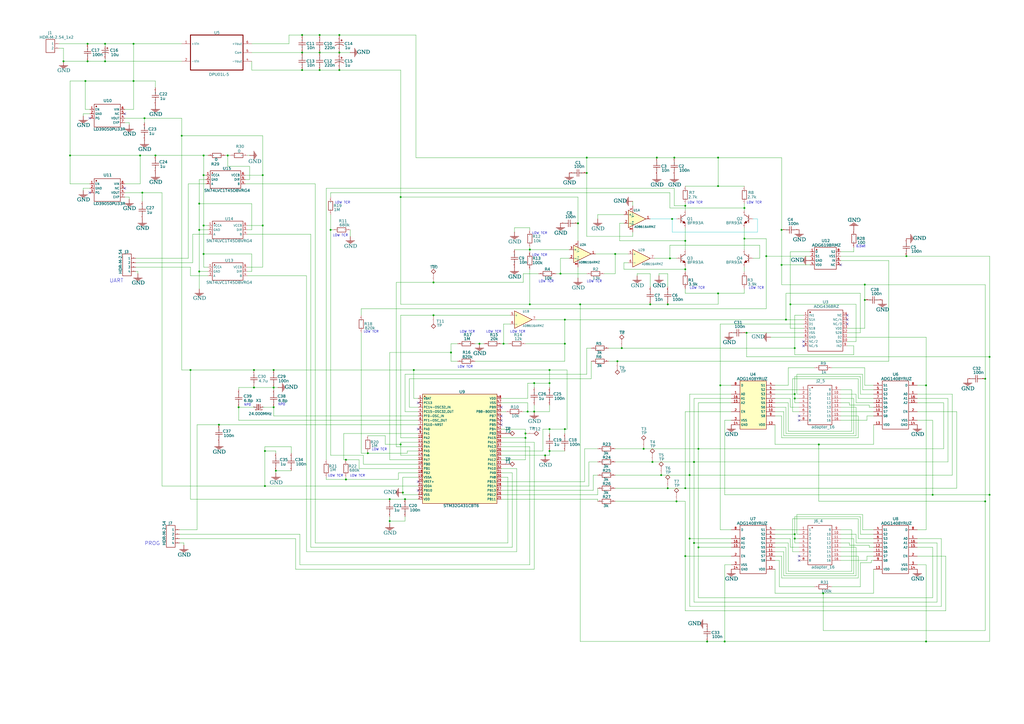
<source format=kicad_sch>
(kicad_sch (version 20231120) (generator "eeschema") (generator_version "8.0")
  (paper "A2")
  (lib_symbols
    (symbol "ADG1408YRUZ-REEL7"
      (property "Reference" "U7" (at 1.524 18.6055 0))
      (property "Value" "ADG1408YRUZ" (at 8.4582 16.0655 0))
      (symbol "ADG1408YRUZ-REEL7_0_0"
        (pin unspecified line (at -12.7 6.35 0) (length 5.08) (name "A0") (number "1"))
        (pin unspecified line (at 12.7 -3.81 180) (length 5.08) (name "S7") (number "10"))
        (pin unspecified line (at 12.7 -1.27 180) (length 5.08) (name "S6") (number "11"))
        (pin unspecified line (at 12.7 1.27 180) (length 5.08) (name "S5") (number "12"))
        (pin passive line (at 12.7 -11.43 180) (length 5.08) (name "VDD") (number "13"))
        (pin passive line (at -12.7 -11.43 0) (length 5.08) (name "GND") (number "14"))
        (pin unspecified line (at -12.7 1.27 0) (length 5.08) (name "A2") (number "15"))
        (pin unspecified line (at -12.7 3.81 0) (length 5.08) (name "A1") (number "16"))
        (pin unspecified line (at -12.7 -3.81 0) (length 5.08) (name "EN") (number "2"))
        (pin passive line (at -12.7 -8.89 0) (length 5.08) (name "VSS") (number "3"))
        (pin unspecified line (at 12.7 11.43 180) (length 5.08) (name "S1") (number "4"))
        (pin unspecified line (at 12.7 8.89 180) (length 5.08) (name "S2") (number "5"))
        (pin unspecified line (at 12.7 6.35 180) (length 5.08) (name "S3") (number "6"))
        (pin unspecified line (at 12.7 3.81 180) (length 5.08) (name "S4") (number "7"))
        (pin unspecified line (at -12.7 11.43 0) (length 5.08) (name "D") (number "8"))
        (pin unspecified line (at 12.7 -6.35 180) (length 5.08) (name "S8") (number "9"))
      )
    )
    (symbol "ADG1408YRUZ-REEL7_1"
      (property "Reference" "U8" (at -1.524 18.6055 0))
      (property "Value" "ADG1408YRUZ" (at -8.4582 16.0655 0))
      (symbol "ADG1408YRUZ-REEL7_1_0_0"
        (pin unspecified line (at 12.7 6.35 180) (length 5.08) (name "A0") (number "1"))
        (pin unspecified line (at -12.7 -3.81 0) (length 5.08) (name "S7") (number "10"))
        (pin unspecified line (at -12.7 -1.27 0) (length 5.08) (name "S6") (number "11"))
        (pin unspecified line (at -12.7 1.27 0) (length 5.08) (name "S5") (number "12"))
        (pin passive line (at -12.7 -11.43 0) (length 5.08) (name "VDD") (number "13"))
        (pin passive line (at 12.7 -11.43 180) (length 5.08) (name "GND") (number "14"))
        (pin unspecified line (at 12.7 1.27 180) (length 5.08) (name "A2") (number "15"))
        (pin unspecified line (at 12.7 3.81 180) (length 5.08) (name "A1") (number "16"))
        (pin unspecified line (at 12.7 -3.81 180) (length 5.08) (name "EN") (number "2"))
        (pin passive line (at 12.7 -8.89 180) (length 5.08) (name "VSS") (number "3"))
        (pin unspecified line (at -12.7 11.43 0) (length 5.08) (name "S1") (number "4"))
        (pin unspecified line (at -12.7 8.89 0) (length 5.08) (name "S2") (number "5"))
        (pin unspecified line (at -12.7 6.35 0) (length 5.08) (name "S3") (number "6"))
        (pin unspecified line (at -12.7 3.81 0) (length 5.08) (name "S4") (number "7"))
        (pin unspecified line (at 12.7 11.43 180) (length 5.08) (name "D") (number "8"))
        (pin unspecified line (at -12.7 -6.35 0) (length 5.08) (name "S8") (number "9"))
      )
    )
    (symbol "ADG1408YRUZ-REEL7_2"
      (property "Reference" "U6" (at -1.524 18.6055 0))
      (property "Value" "ADG1408YRUZ" (at -8.4582 16.0655 0))
      (symbol "ADG1408YRUZ-REEL7_2_0_0"
        (pin unspecified line (at 12.7 6.35 180) (length 5.08) (name "A0") (number "1"))
        (pin unspecified line (at -12.7 -3.81 0) (length 5.08) (name "S7") (number "10"))
        (pin unspecified line (at -12.7 -1.27 0) (length 5.08) (name "S6") (number "11"))
        (pin unspecified line (at -12.7 1.27 0) (length 5.08) (name "S5") (number "12"))
        (pin passive line (at -12.7 -11.43 0) (length 5.08) (name "VDD") (number "13"))
        (pin passive line (at 12.7 -11.43 180) (length 5.08) (name "GND") (number "14"))
        (pin unspecified line (at 12.7 1.27 180) (length 5.08) (name "A2") (number "15"))
        (pin unspecified line (at 12.7 3.81 180) (length 5.08) (name "A1") (number "16"))
        (pin unspecified line (at 12.7 -3.81 180) (length 5.08) (name "EN") (number "2"))
        (pin passive line (at 12.7 -8.89 180) (length 5.08) (name "VSS") (number "3"))
        (pin unspecified line (at -12.7 11.43 0) (length 5.08) (name "S1") (number "4"))
        (pin unspecified line (at -12.7 8.89 0) (length 5.08) (name "S2") (number "5"))
        (pin unspecified line (at -12.7 6.35 0) (length 5.08) (name "S3") (number "6"))
        (pin unspecified line (at -12.7 3.81 0) (length 5.08) (name "S4") (number "7"))
        (pin unspecified line (at 12.7 11.43 180) (length 5.08) (name "D") (number "8"))
        (pin unspecified line (at -12.7 -6.35 0) (length 5.08) (name "S8") (number "9"))
      )
    )
    (symbol "ADG1408YRUZ-REEL7_3"
      (property "Reference" "U4" (at 1.524 18.6055 0))
      (property "Value" "ADG1408YRUZ" (at 8.4582 16.0655 0))
      (symbol "ADG1408YRUZ-REEL7_3_0_0"
        (pin unspecified line (at -12.7 6.35 0) (length 5.08) (name "A0") (number "1"))
        (pin unspecified line (at 12.7 -3.81 180) (length 5.08) (name "S7") (number "10"))
        (pin unspecified line (at 12.7 -1.27 180) (length 5.08) (name "S6") (number "11"))
        (pin unspecified line (at 12.7 1.27 180) (length 5.08) (name "S5") (number "12"))
        (pin passive line (at 12.7 -11.43 180) (length 5.08) (name "VDD") (number "13"))
        (pin passive line (at -12.7 -11.43 0) (length 5.08) (name "GND") (number "14"))
        (pin unspecified line (at -12.7 1.27 0) (length 5.08) (name "A2") (number "15"))
        (pin unspecified line (at -12.7 3.81 0) (length 5.08) (name "A1") (number "16"))
        (pin unspecified line (at -12.7 -3.81 0) (length 5.08) (name "EN") (number "2"))
        (pin passive line (at -12.7 -8.89 0) (length 5.08) (name "VSS") (number "3"))
        (pin unspecified line (at 12.7 11.43 180) (length 5.08) (name "S1") (number "4"))
        (pin unspecified line (at 12.7 8.89 180) (length 5.08) (name "S2") (number "5"))
        (pin unspecified line (at 12.7 6.35 180) (length 5.08) (name "S3") (number "6"))
        (pin unspecified line (at 12.7 3.81 180) (length 5.08) (name "S4") (number "7"))
        (pin unspecified line (at -12.7 11.43 0) (length 5.08) (name "D") (number "8"))
        (pin unspecified line (at 12.7 -6.35 180) (length 5.08) (name "S8") (number "9"))
      )
    )
    (symbol "ADG436BRZ"
      (property "Reference" "U3" (at -1.4986 17.3863 0))
      (property "Value" "ADG436BRZ" (at -6.858 14.8463 0))
      (symbol "ADG436BRZ_0_0"
        (pin unspecified line (at -12.7 8.89 0) (length 2.54) (name "IN1") (number "1"))
        (pin unspecified line (at 12.7 -6.35 180) (length 2.54) (name "S2A") (number "10"))
        (pin unspecified line (at 12.7 -3.81 180) (length 2.54) (name "D2") (number "11"))
        (pin unspecified line (at 12.7 -1.27 180) (length 2.54) (name "S2B") (number "12"))
        (pin unspecified line (at 12.7 1.27 180) (length 2.54) (name "VDD") (number "13"))
        (pin unspecified line (at 12.7 3.81 180) (length 2.54) (name "NC/3") (number "14"))
        (pin unspecified line (at 12.7 6.35 180) (length 2.54) (name "NC/4") (number "15"))
        (pin unspecified line (at 12.7 8.89 180) (length 2.54) (name "NC") (number "16"))
        (pin unspecified line (at -12.7 6.35 0) (length 2.54) (name "S1A") (number "2"))
        (pin unspecified line (at -12.7 3.81 0) (length 2.54) (name "D1") (number "3"))
        (pin unspecified line (at -12.7 1.27 0) (length 2.54) (name "S1B") (number "4"))
        (pin unspecified line (at -12.7 -1.27 0) (length 2.54) (name "VSS") (number "5"))
        (pin unspecified line (at -12.7 -3.81 0) (length 2.54) (name "GND") (number "6"))
        (pin unspecified line (at -12.7 -6.35 0) (length 2.54) (name "NC/2") (number "7"))
        (pin unspecified line (at -12.7 -8.89 0) (length 2.54) (name "NC/5") (number "8"))
        (pin unspecified line (at 12.7 -8.89 180) (length 2.54) (name "IN2") (number "9"))
      )
    )
    (symbol "ADG619BRMZ-REEL"
      (property "Reference" "U12" (at -2.159 11.0363 0))
      (property "Value" "ADG619BRMZ" (at -7.8486 8.4963 0))
      (symbol "ADG619BRMZ-REEL_0_0"
        (pin unspecified line (at -8.89 3.81 0) (length 2.54) (name "D") (number "1"))
        (pin unspecified line (at -8.89 1.27 0) (length 2.54) (name "S1") (number "2"))
        (pin unspecified line (at -8.89 -1.27 0) (length 2.54) (name "GND") (number "3"))
        (pin unspecified line (at -8.89 -3.81 0) (length 2.54) (name "VDD") (number "4"))
        (pin unspecified line (at 8.89 -3.81 180) (length 2.54) (name "NC") (number "5"))
        (pin unspecified line (at 8.89 -1.27 180) (length 2.54) (name "IN") (number "6"))
        (pin unspecified line (at 8.89 1.27 180) (length 2.54) (name "VSS") (number "7"))
        (pin unspecified line (at 8.89 3.81 180) (length 2.54) (name "S2") (number "8"))
      )
    )
    (symbol "Amplifier_Operational:AD8620xRM" (pin_names (offset 0.127))
      (property "Reference" "U" (at 0 5.08 0))
      (property "Value" "AD8620xRM" (at 0 -5.08 0))
      (symbol "AD8620xRM_1_1"
        (pin output line (at 7.62 0 180) (length 2.54) (name "~") (number "1"))
        (pin input line (at -7.62 -2.54 0) (length 2.54) (name "-") (number "2"))
        (pin input line (at -7.62 2.54 0) (length 2.54) (name "+") (number "3"))
      )
      (symbol "AD8620xRM_2_1"
        (pin input line (at -7.62 2.54 0) (length 2.54) (name "+") (number "5"))
        (pin input line (at -7.62 -2.54 0) (length 2.54) (name "-") (number "6"))
        (pin output line (at 7.62 0 180) (length 2.54) (name "~") (number "7"))
      )
      (symbol "AD8620xRM_3_1"
        (pin power_in line (at -2.54 -7.62 90) (length 3.81) (name "V-") (number "4"))
        (pin power_in line (at -2.54 7.62 270) (length 3.81) (name "V+") (number "8"))
      )
    )
    (symbol "Analog_Switch:ADG1408YRUZ"
      (property "Reference" "U" (at -7.62 23.495 0))
      (property "Value" "ADG1408YRUZ" (at -7.62 21.59 0))
      (symbol "ADG1408YRUZ_0_0"
        (pin power_in line (at 5.08 -20.32 90) (length 2.54) (name "GND") (number "14"))
      )
      (symbol "ADG1408YRUZ_1_1"
        (pin input line (at -10.16 17.78 0) (length 2.54) (name "A0") (number "1"))
        (pin bidirectional line (at -10.16 -12.7 0) (length 2.54) (name "S7") (number "10"))
        (pin bidirectional line (at -10.16 -10.16 0) (length 2.54) (name "S6") (number "11"))
        (pin bidirectional line (at -10.16 -7.62 0) (length 2.54) (name "S5") (number "12"))
        (pin power_in line (at 5.08 22.86 270) (length 2.54) (name "VDD") (number "13"))
        (pin input line (at -10.16 12.7 0) (length 2.54) (name "A2") (number "15"))
        (pin input line (at -10.16 15.24 0) (length 2.54) (name "A1") (number "16"))
        (pin input line (at -10.16 7.62 0) (length 2.54) (name "EN") (number "2"))
        (pin power_in line (at 7.62 -20.32 90) (length 2.54) (name "VSS") (number "3"))
        (pin bidirectional line (at -10.16 2.54 0) (length 2.54) (name "S1") (number "4"))
        (pin bidirectional line (at -10.16 0 0) (length 2.54) (name "S2") (number "5"))
        (pin bidirectional line (at -10.16 -2.54 0) (length 2.54) (name "S3") (number "6"))
        (pin bidirectional line (at -10.16 -5.08 0) (length 2.54) (name "S4") (number "7"))
        (pin bidirectional line (at 12.7 -10.16 180) (length 2.54) (name "D") (number "8"))
        (pin bidirectional line (at -10.16 -15.24 0) (length 2.54) (name "S8") (number "9"))
      )
    )
    (symbol "BFR93A215"
      (property "Reference" "Q4" (at -3.556 0.8763 0))
      (property "Value" "BFR93A" (at -3.556 -1.4351 0))
      (symbol "BFR93A215_0_0"
        (pin input line (at 2.54 0 180) (length 2.54) (name "B") (number "1"))
        (pin input line (at -2.54 -5.08 90) (length 2.54) (name "E") (number "2"))
        (pin input line (at -2.54 5.08 270) (length 2.54) (name "C") (number "3"))
      )
    )
    (symbol "BFR93A215_1"
      (property "Reference" "Q3" (at 3.556 0.8763 0))
      (property "Value" "BFR93A" (at 3.556 -1.4351 0))
      (symbol "BFR93A215_1_0_0"
        (pin input line (at -2.54 0 0) (length 2.54) (name "B") (number "1"))
        (pin input line (at 2.54 -5.08 90) (length 2.54) (name "E") (number "2"))
        (pin input line (at 2.54 5.08 270) (length 2.54) (name "C") (number "3"))
      )
    )
    (symbol "BFR93A215_2"
      (property "Reference" "Q2" (at -3.556 0.8763 0))
      (property "Value" "BFR93A" (at -3.556 -1.4351 0))
      (symbol "BFR93A215_2_0_0"
        (pin input line (at 2.54 0 180) (length 2.54) (name "B") (number "1"))
        (pin input line (at -2.54 -5.08 90) (length 2.54) (name "E") (number "2"))
        (pin input line (at -2.54 5.08 270) (length 2.54) (name "C") (number "3"))
      )
    )
    (symbol "BFR93A215_3"
      (property "Reference" "Q1" (at 3.556 0.8763 0))
      (property "Value" "BFR93A" (at 3.556 -1.4351 0))
      (symbol "BFR93A215_3_0_0"
        (pin input line (at -2.54 0 0) (length 2.54) (name "B") (number "1"))
        (pin input line (at 2.54 -5.08 90) (length 2.54) (name "E") (number "2"))
        (pin input line (at 2.54 5.08 270) (length 2.54) (name "C") (number "3"))
      )
    )
    (symbol "CE_SMD_D4.0×H5.5_US"
      (property "Reference" "C14" (at 3.048 0.9017 0))
      (property "Value" "1u" (at 3.048 -1.4097 0))
      (symbol "CE_SMD_D4.0×H5.5_US_0_0"
        (pin unspecified line (at 0 5.08 270) (length 4.318) (name "1") (number "1"))
        (pin unspecified line (at 0 -5.08 90) (length 4.826) (name "2") (number "2"))
      )
    )
    (symbol "CE_SMD_D4.0×H5.5_US_1"
      (property "Reference" "C15" (at 3.048 0.9017 0))
      (property "Value" "1u" (at 3.048 -1.4097 0))
      (symbol "CE_SMD_D4.0×H5.5_US_1_0_0"
        (pin unspecified line (at 0 5.08 270) (length 4.318) (name "1") (number "1"))
        (pin unspecified line (at 0 -5.08 90) (length 4.826) (name "2") (number "2"))
      )
    )
    (symbol "CRYSTALHC49S"
      (property "Reference" "X1" (at -1.397 4.6863 0))
      (property "Value" "24.000MHz" (at -6.0452 -2.9083 0))
      (symbol "CRYSTALHC49S_0_0"
        (text "1" (at -2.032 -1.016 0) (effects (font (size 0.7239 0.7239)) (justify left top)))
        (text "2" (at 1.524 -1.016 0) (effects (font (size 0.7239 0.7239)) (justify left top)))
        (pin unspecified line (at -2.54 0 0) (length 0) (name "1") (number "1"))
        (pin unspecified line (at 2.54 0 0) (length 0) (name "2") (number "2"))
      )
    )
    (symbol "C_0805_US"
      (property "Reference" "C17" (at 2.286 2.1209 0))
      (property "Value" "100n" (at 2.4384 -0.3937 0))
      (symbol "C_0805_US_0_0"
        (pin unspecified line (at 0 -5.08 90) (length 2.54) (name "1") (number "1"))
        (pin unspecified line (at 0 5.08 270) (length 2.54) (name "2") (number "2"))
      )
    )
    (symbol "C_0805_US_1"
      (property "Reference" "C22" (at 2.286 2.1209 0))
      (property "Value" "1u" (at 2.4384 -0.3937 0))
      (symbol "C_0805_US_1_0_0"
        (pin unspecified line (at 0 -5.08 90) (length 2.54) (name "1") (number "1"))
        (pin unspecified line (at 0 5.08 270) (length 2.54) (name "2") (number "2"))
      )
    )
    (symbol "C_0805_US_10"
      (property "Reference" "C35" (at 2.286 2.1209 0))
      (property "Value" "1u" (at 2.4384 -0.3937 0))
      (symbol "C_0805_US_10_0_0"
        (pin unspecified line (at 0 -5.08 90) (length 2.54) (name "1") (number "1"))
        (pin unspecified line (at 0 5.08 270) (length 2.54) (name "2") (number "2"))
      )
    )
    (symbol "C_0805_US_11"
      (property "Reference" "C29" (at 2.286 2.1209 0))
      (property "Value" "100n" (at 2.4384 -0.3937 0))
      (symbol "C_0805_US_11_0_0"
        (pin unspecified line (at 0 -5.08 90) (length 2.54) (name "1") (number "1"))
        (pin unspecified line (at 0 5.08 270) (length 2.54) (name "2") (number "2"))
      )
    )
    (symbol "C_0805_US_12"
      (property "Reference" "C30" (at 2.286 2.1209 0))
      (property "Value" "4.7u" (at 2.4384 -0.3937 0))
      (symbol "C_0805_US_12_0_0"
        (pin unspecified line (at 0 -5.08 90) (length 2.54) (name "1") (number "1"))
        (pin unspecified line (at 0 5.08 270) (length 2.54) (name "2") (number "2"))
      )
    )
    (symbol "C_0805_US_13"
      (property "Reference" "C39" (at 2.8956 2.1463 0))
      (property "Value" "6.8p" (at 2.7686 -0.3683 0))
      (symbol "C_0805_US_13_0_0"
        (pin unspecified line (at 0 -5.08 90) (length 2.54) (name "1") (number "1"))
        (pin unspecified line (at 0 5.08 270) (length 2.54) (name "2") (number "2"))
      )
    )
    (symbol "C_0805_US_14"
      (property "Reference" "C38" (at 2.286 2.1209 0))
      (property "Value" "6.8p" (at 2.4384 -0.3937 0))
      (symbol "C_0805_US_14_0_0"
        (pin unspecified line (at 0 -5.08 90) (length 2.54) (name "1") (number "1"))
        (pin unspecified line (at 0 5.08 270) (length 2.54) (name "2") (number "2"))
      )
    )
    (symbol "C_0805_US_15"
      (property "Reference" "C26" (at 2.286 2.1209 0))
      (property "Value" "1u" (at 2.4384 -0.3937 0))
      (symbol "C_0805_US_15_0_0"
        (pin unspecified line (at 0 -5.08 90) (length 2.54) (name "1") (number "1"))
        (pin unspecified line (at 0 5.08 270) (length 2.54) (name "2") (number "2"))
      )
    )
    (symbol "C_0805_US_16"
      (property "Reference" "C25" (at 2.286 2.1209 0))
      (property "Value" "100n" (at 2.4384 -0.3937 0))
      (symbol "C_0805_US_16_0_0"
        (pin unspecified line (at 0 -5.08 90) (length 2.54) (name "1") (number "1"))
        (pin unspecified line (at 0 5.08 270) (length 2.54) (name "2") (number "2"))
      )
    )
    (symbol "C_0805_US_17"
      (property "Reference" "C18" (at 2.286 2.1209 0))
      (property "Value" "100n" (at 2.4384 -0.3937 0))
      (symbol "C_0805_US_17_0_0"
        (pin unspecified line (at 0 -5.08 90) (length 2.54) (name "1") (number "1"))
        (pin unspecified line (at 0 5.08 270) (length 2.54) (name "2") (number "2"))
      )
    )
    (symbol "C_0805_US_18"
      (property "Reference" "C19" (at 2.286 2.1209 0))
      (property "Value" "1u" (at 2.4384 -0.3937 0))
      (symbol "C_0805_US_18_0_0"
        (pin unspecified line (at 0 -5.08 90) (length 2.54) (name "1") (number "1"))
        (pin unspecified line (at 0 5.08 270) (length 2.54) (name "2") (number "2"))
      )
    )
    (symbol "C_0805_US_19"
      (property "Reference" "C21" (at 2.286 2.1209 0))
      (property "Value" "1u" (at 2.4384 -0.3937 0))
      (symbol "C_0805_US_19_0_0"
        (pin unspecified line (at 0 -5.08 90) (length 2.54) (name "1") (number "1"))
        (pin unspecified line (at 0 5.08 270) (length 2.54) (name "2") (number "2"))
      )
    )
    (symbol "C_0805_US_2"
      (property "Reference" "C24" (at 2.286 2.1209 0))
      (property "Value" "1u" (at 2.4384 -0.3937 0))
      (symbol "C_0805_US_2_0_0"
        (pin unspecified line (at 0 -5.08 90) (length 2.54) (name "1") (number "1"))
        (pin unspecified line (at 0 5.08 270) (length 2.54) (name "2") (number "2"))
      )
    )
    (symbol "C_0805_US_20"
      (property "Reference" "C20" (at 2.286 2.1209 0))
      (property "Value" "100n" (at 2.4384 -0.3937 0))
      (symbol "C_0805_US_20_0_0"
        (pin unspecified line (at 0 -5.08 90) (length 2.54) (name "1") (number "1"))
        (pin unspecified line (at 0 5.08 270) (length 2.54) (name "2") (number "2"))
      )
    )
    (symbol "C_0805_US_21"
      (property "Reference" "C37" (at 2.286 2.1209 0))
      (property "Value" "100n" (at 2.4384 -0.3937 0))
      (symbol "C_0805_US_21_0_0"
        (pin unspecified line (at 0 -5.08 90) (length 2.54) (name "1") (number "1"))
        (pin unspecified line (at 0 5.08 270) (length 2.54) (name "2") (number "2"))
      )
    )
    (symbol "C_0805_US_22"
      (property "Reference" "C9" (at 2.54 0.8763 0))
      (property "Value" "10n" (at 2.54 -1.4097 0))
      (symbol "C_0805_US_22_0_0"
        (pin unspecified line (at 0 5.08 270) (length 2.54) (name "1") (number "1"))
        (pin unspecified line (at 0 -5.08 90) (length 2.54) (name "2") (number "2"))
      )
    )
    (symbol "C_0805_US_23"
      (property "Reference" "C7" (at 2.54 0.8763 0))
      (property "Value" "10n" (at 2.54 -1.4097 0))
      (symbol "C_0805_US_23_0_0"
        (pin unspecified line (at 0 5.08 270) (length 2.54) (name "1") (number "1"))
        (pin unspecified line (at 0 -5.08 90) (length 2.54) (name "2") (number "2"))
      )
    )
    (symbol "C_0805_US_24"
      (property "Reference" "C6" (at 2.54 0.9017 0))
      (property "Value" "100n" (at 2.54 -1.4097 0))
      (symbol "C_0805_US_24_0_0"
        (pin unspecified line (at 0 -5.08 90) (length 2.54) (name "1") (number "1"))
        (pin unspecified line (at 0 5.08 270) (length 2.54) (name "2") (number "2"))
      )
    )
    (symbol "C_0805_US_25"
      (property "Reference" "C8" (at -1.4986 6.7945 0))
      (property "Value" "100n" (at -2.6162 4.6863 0))
      (symbol "C_0805_US_25_0_0"
        (pin unspecified line (at -5.08 0 0) (length 2.54) (name "1") (number "1"))
        (pin unspecified line (at 5.08 0 180) (length 2.54) (name "2") (number "2"))
      )
    )
    (symbol "C_0805_US_26"
      (property "Reference" "C2" (at 2.54 0.9017 0))
      (property "Value" "100n" (at 2.54 -1.4097 0))
      (symbol "C_0805_US_26_0_0"
        (pin unspecified line (at 0 -5.08 90) (length 2.54) (name "1") (number "1"))
        (pin unspecified line (at 0 5.08 270) (length 2.54) (name "2") (number "2"))
      )
    )
    (symbol "C_0805_US_27"
      (property "Reference" "C3" (at 2.54 0.8763 0))
      (property "Value" "10n" (at 2.54 -1.4097 0))
      (symbol "C_0805_US_27_0_0"
        (pin unspecified line (at 0 5.08 270) (length 2.54) (name "1") (number "1"))
        (pin unspecified line (at 0 -5.08 90) (length 2.54) (name "2") (number "2"))
      )
    )
    (symbol "C_0805_US_28"
      (property "Reference" "C1" (at -1.4986 6.7945 0))
      (property "Value" "100n" (at -2.6162 4.6355 0))
      (symbol "C_0805_US_28_0_0"
        (pin unspecified line (at -5.08 0 0) (length 2.54) (name "1") (number "1"))
        (pin unspecified line (at 5.08 0 180) (length 2.54) (name "2") (number "2"))
      )
    )
    (symbol "C_0805_US_29"
      (property "Reference" "C4" (at -1.5748 6.7945 0))
      (property "Value" "100n" (at -1.5748 4.4831 0))
      (symbol "C_0805_US_29_0_0"
        (pin unspecified line (at 5.08 0 180) (length 2.54) (name "1") (number "1"))
        (pin unspecified line (at -5.08 0 0) (length 2.54) (name "2") (number "2"))
      )
    )
    (symbol "C_0805_US_3"
      (property "Reference" "C23" (at 2.286 2.1209 0))
      (property "Value" "1u" (at 2.4384 -0.3937 0))
      (symbol "C_0805_US_3_0_0"
        (pin unspecified line (at 0 -5.08 90) (length 2.54) (name "1") (number "1"))
        (pin unspecified line (at 0 5.08 270) (length 2.54) (name "2") (number "2"))
      )
    )
    (symbol "C_0805_US_30"
      (property "Reference" "C28" (at -1.5748 6.7945 0))
      (property "Value" "100n" (at -1.5748 4.4831 0))
      (symbol "C_0805_US_30_0_0"
        (pin unspecified line (at 5.08 0 180) (length 2.54) (name "1") (number "1"))
        (pin unspecified line (at -5.08 0 0) (length 2.54) (name "2") (number "2"))
      )
    )
    (symbol "C_0805_US_31"
      (property "Reference" "C32" (at -2.159 6.7691 0))
      (property "Value" "100n" (at -2.159 4.4831 0))
      (symbol "C_0805_US_31_0_0"
        (pin unspecified line (at -5.08 0 0) (length 2.54) (name "1") (number "1"))
        (pin unspecified line (at 5.08 0 180) (length 2.54) (name "2") (number "2"))
      )
    )
    (symbol "C_0805_US_32"
      (property "Reference" "C33" (at 2.54 0.8763 0))
      (property "Value" "100n" (at 2.54 -1.4351 0))
      (symbol "C_0805_US_32_0_0"
        (pin unspecified line (at 0 5.08 270) (length 2.54) (name "1") (number "1"))
        (pin unspecified line (at 0 -5.08 90) (length 2.54) (name "2") (number "2"))
      )
    )
    (symbol "C_0805_US_33"
      (property "Reference" "C5" (at 2.54 0.8763 0))
      (property "Value" "100n" (at 2.54 -1.4097 0))
      (symbol "C_0805_US_33_0_0"
        (pin unspecified line (at 0 5.08 270) (length 2.54) (name "1") (number "1"))
        (pin unspecified line (at 0 -5.08 90) (length 2.54) (name "2") (number "2"))
      )
    )
    (symbol "C_0805_US_34"
      (property "Reference" "C31" (at -2.159 6.7691 0))
      (property "Value" "100n" (at -2.159 4.4831 0))
      (symbol "C_0805_US_34_0_0"
        (pin unspecified line (at -5.08 0 0) (length 2.54) (name "1") (number "1"))
        (pin unspecified line (at 5.08 0 180) (length 2.54) (name "2") (number "2"))
      )
    )
    (symbol "C_0805_US_4"
      (property "Reference" "C27" (at 2.286 2.1209 0))
      (property "Value" "1u" (at 2.4384 -0.3937 0))
      (symbol "C_0805_US_4_0_0"
        (pin unspecified line (at 0 -5.08 90) (length 2.54) (name "1") (number "1"))
        (pin unspecified line (at 0 5.08 270) (length 2.54) (name "2") (number "2"))
      )
    )
    (symbol "C_0805_US_5"
      (property "Reference" "C10" (at 2.54 0.8763 0))
      (property "Value" "220n" (at 2.54 -1.4097 0))
      (symbol "C_0805_US_5_0_0"
        (pin unspecified line (at 0 5.08 270) (length 2.54) (name "1") (number "1"))
        (pin unspecified line (at 0 -5.08 90) (length 2.54) (name "2") (number "2"))
      )
    )
    (symbol "C_0805_US_6"
      (property "Reference" "C11" (at 2.54 0.8763 0))
      (property "Value" "10n" (at 2.54 -1.4097 0))
      (symbol "C_0805_US_6_0_0"
        (pin unspecified line (at 0 5.08 270) (length 2.54) (name "1") (number "1"))
        (pin unspecified line (at 0 -5.08 90) (length 2.54) (name "2") (number "2"))
      )
    )
    (symbol "C_0805_US_7"
      (property "Reference" "C13" (at 2.54 0.8763 0))
      (property "Value" "10n" (at 2.54 -1.4097 0))
      (symbol "C_0805_US_7_0_0"
        (pin unspecified line (at 0 5.08 270) (length 2.54) (name "1") (number "1"))
        (pin unspecified line (at 0 -5.08 90) (length 2.54) (name "2") (number "2"))
      )
    )
    (symbol "C_0805_US_8"
      (property "Reference" "C12" (at 2.54 0.8763 0))
      (property "Value" "220n" (at 2.54 -1.4097 0))
      (symbol "C_0805_US_8_0_0"
        (pin unspecified line (at 0 5.08 270) (length 2.54) (name "1") (number "1"))
        (pin unspecified line (at 0 -5.08 90) (length 2.54) (name "2") (number "2"))
      )
    )
    (symbol "C_0805_US_9"
      (property "Reference" "C34" (at 2.286 2.1209 0))
      (property "Value" "100n" (at 2.4384 -0.3937 0))
      (symbol "C_0805_US_9_0_0"
        (pin unspecified line (at 0 -5.08 90) (length 2.54) (name "1") (number "1"))
        (pin unspecified line (at 0 5.08 270) (length 2.54) (name "2") (number "2"))
      )
    )
    (symbol "DPU01L-5"
      (property "Reference" "U5" (at 8.636 2.1209 0))
      (property "Value" "DPU01L-5" (at 4.6228 -21.9837 0))
      (symbol "DPU01L-5_0_0"
        (pin unspecified line (at -10.16 -5.08 0) (length 5.08) (name "+Vin") (number "1"))
        (pin unspecified line (at -10.16 -15.24 0) (length 5.08) (name "-Vin") (number "2"))
        (pin unspecified line (at 30.48 -15.24 180) (length 5.08) (name "-Vout") (number "4"))
        (pin unspecified line (at 30.48 -10.16 180) (length 5.08) (name "Com") (number "5"))
        (pin unspecified line (at 30.48 -5.08 180) (length 5.08) (name "+Vout") (number "6"))
      )
    )
    (symbol "GND" (power) (pin_numbers hide) (pin_names hide)
      (property "Value" "GND" (at 0 6.35 0))
      (symbol "GND_0_0"
        (pin power_in line (at 0 0 270) (length 0) (name "GND") (number "1"))
      )
    )
    (symbol "HDR-M-2.54_1x2"
      (property "Reference" "J1" (at -2.5146 8.4709 0))
      (property "Value" "HDR-M-2.54_1x2" (at -9.2202 5.9055 0))
      (symbol "HDR-M-2.54_1x2_0_0"
        (pin unspecified line (at 3.81 1.27 180) (length 2.54) (name "1") (number "1"))
        (pin unspecified line (at 3.81 -1.27 180) (length 2.54) (name "2") (number "2"))
      )
    )
    (symbol "HDR-M-2.54_1x4"
      (property "Reference" "J3" (at -1.2446 8.4709 0))
      (property "Value" "HDR-M-2.54" (at -4.6609 -6.6294 90))
      (symbol "HDR-M-2.54_1x4_0_0"
        (pin unspecified line (at 5.08 3.81 180) (length 2.54) (name "1") (number "1"))
        (pin unspecified line (at 5.08 1.27 180) (length 2.54) (name "2") (number "2"))
        (pin unspecified line (at 5.08 -1.27 180) (length 2.54) (name "3") (number "3"))
        (pin unspecified line (at 5.08 -3.81 180) (length 2.54) (name "4") (number "4"))
      )
    )
    (symbol "HDR-M-2.54_1x4_1"
      (property "Reference" "J7" (at -1.2446 8.4709 0))
      (property "Value" "HDR-M-2.54" (at -4.6609 -6.6294 90))
      (symbol "HDR-M-2.54_1x4_1_0_0"
        (pin unspecified line (at 5.08 3.81 180) (length 2.54) (name "1") (number "1"))
        (pin unspecified line (at 5.08 1.27 180) (length 2.54) (name "2") (number "2"))
        (pin unspecified line (at 5.08 -1.27 180) (length 2.54) (name "3") (number "3"))
        (pin unspecified line (at 5.08 -3.81 180) (length 2.54) (name "4") (number "4"))
      )
    )
    (symbol "LD39050PU33R"
      (property "Reference" "U10" (at -2.159 9.7155 0))
      (property "Value" "LD39050PU33R" (at -8.6106 -6.7691 0))
      (symbol "LD39050PU33R_0_0"
        (pin unspecified line (at -10.16 3.81 0) (length 2.54) (name "EN") (number "1"))
        (pin unspecified line (at -10.16 1.27 0) (length 2.54) (name "GND") (number "2"))
        (pin unspecified line (at -10.16 -1.27 0) (length 2.54) (name "PG") (number "3"))
        (pin unspecified line (at 10.16 -1.27 180) (length 2.54) (name "VOUT") (number "4"))
        (pin unspecified line (at 10.16 1.27 180) (length 2.54) (name "NC") (number "5"))
        (pin unspecified line (at 10.16 3.81 180) (length 2.54) (name "VIN") (number "6"))
        (pin unspecified line (at 10.16 -3.81 180) (length 2.54) (name "EXP") (number "7"))
      )
    )
    (symbol "LD39050PU33R_1"
      (property "Reference" "U11" (at -2.159 9.7155 0))
      (property "Value" "LD39050PU33R" (at -8.6106 -6.7691 0))
      (symbol "LD39050PU33R_1_0_0"
        (pin unspecified line (at -10.16 3.81 0) (length 2.54) (name "EN") (number "1"))
        (pin unspecified line (at -10.16 1.27 0) (length 2.54) (name "GND") (number "2"))
        (pin unspecified line (at -10.16 -1.27 0) (length 2.54) (name "PG") (number "3"))
        (pin unspecified line (at 10.16 -1.27 180) (length 2.54) (name "VOUT") (number "4"))
        (pin unspecified line (at 10.16 1.27 180) (length 2.54) (name "NC") (number "5"))
        (pin unspecified line (at 10.16 3.81 180) (length 2.54) (name "VIN") (number "6"))
        (pin unspecified line (at 10.16 -3.81 180) (length 2.54) (name "EXP") (number "7"))
      )
    )
    (symbol "MCU_ST_STM32G4:STM32G431CBTx"
      (property "Reference" "U" (at -12.7 39.37 0))
      (property "Value" "STM32G431CBTx" (at 10.16 39.37 0))
      (symbol "STM32G431CBTx_1_1"
        (pin power_in line (at -2.54 40.64 270) (length 2.54) (name "VBAT") (number "1"))
        (pin bidirectional line (at 17.78 30.48 180) (length 2.54) (name "PA2") (number "10"))
        (pin bidirectional line (at 17.78 27.94 180) (length 2.54) (name "PA3") (number "11"))
        (pin bidirectional line (at 17.78 25.4 180) (length 2.54) (name "PA4") (number "12"))
        (pin bidirectional line (at 17.78 22.86 180) (length 2.54) (name "PA5") (number "13"))
        (pin bidirectional line (at 17.78 20.32 180) (length 2.54) (name "PA6") (number "14"))
        (pin bidirectional line (at 17.78 17.78 180) (length 2.54) (name "PA7") (number "15"))
        (pin bidirectional line (at -15.24 7.62 0) (length 2.54) (name "PB0") (number "16"))
        (pin bidirectional line (at -15.24 5.08 0) (length 2.54) (name "PB1") (number "17"))
        (pin bidirectional line (at -15.24 2.54 0) (length 2.54) (name "PB2") (number "18"))
        (pin power_in line (at 2.54 -38.1 90) (length 2.54) (name "VSSA") (number "19"))
        (pin bidirectional line (at -15.24 17.78 0) (length 2.54) (name "PC13") (number "2"))
        (pin input line (at -15.24 35.56 0) (length 2.54) (name "VREF+") (number "20"))
        (pin power_in line (at 7.62 40.64 270) (length 2.54) (name "VDDA") (number "21"))
        (pin bidirectional line (at -15.24 -17.78 0) (length 2.54) (name "PB10") (number "22"))
        (pin power_in line (at 0 -38.1 90) (length 2.54) (name "VSS") (number "23"))
        (pin power_in line (at 0 40.64 270) (length 2.54) (name "VDD") (number "24"))
        (pin bidirectional line (at -15.24 -20.32 0) (length 2.54) (name "PB11") (number "25"))
        (pin bidirectional line (at -15.24 -22.86 0) (length 2.54) (name "PB12") (number "26"))
        (pin bidirectional line (at -15.24 -25.4 0) (length 2.54) (name "PB13") (number "27"))
        (pin bidirectional line (at -15.24 -27.94 0) (length 2.54) (name "PB14") (number "28"))
        (pin bidirectional line (at -15.24 -30.48 0) (length 2.54) (name "PB15") (number "29"))
        (pin bidirectional line (at -15.24 15.24 0) (length 2.54) (name "PC14") (number "3"))
        (pin bidirectional line (at 17.78 15.24 180) (length 2.54) (name "PA8") (number "30"))
        (pin bidirectional line (at 17.78 12.7 180) (length 2.54) (name "PA9") (number "31"))
        (pin bidirectional line (at 17.78 10.16 180) (length 2.54) (name "PA10") (number "32"))
        (pin bidirectional line (at 17.78 7.62 180) (length 2.54) (name "PA11") (number "33"))
        (pin bidirectional line (at 17.78 5.08 180) (length 2.54) (name "PA12") (number "34"))
        (pin passive line (at 0 -38.1 90) (length 2.54) hide (name "VSS") (number "35"))
        (pin power_in line (at 2.54 40.64 270) (length 2.54) (name "VDD") (number "36"))
        (pin bidirectional line (at 17.78 2.54 180) (length 2.54) (name "PA13") (number "37"))
        (pin bidirectional line (at 17.78 0 180) (length 2.54) (name "PA14") (number "38"))
        (pin bidirectional line (at 17.78 -2.54 180) (length 2.54) (name "PA15") (number "39"))
        (pin bidirectional line (at -15.24 12.7 0) (length 2.54) (name "PC15") (number "4"))
        (pin bidirectional line (at -15.24 0 0) (length 2.54) (name "PB3") (number "40"))
        (pin bidirectional line (at -15.24 -2.54 0) (length 2.54) (name "PB4") (number "41"))
        (pin bidirectional line (at -15.24 -5.08 0) (length 2.54) (name "PB5") (number "42"))
        (pin bidirectional line (at -15.24 -7.62 0) (length 2.54) (name "PB6") (number "43"))
        (pin bidirectional line (at -15.24 -10.16 0) (length 2.54) (name "PB7") (number "44"))
        (pin bidirectional line (at -15.24 -12.7 0) (length 2.54) (name "PB8") (number "45"))
        (pin bidirectional line (at -15.24 -15.24 0) (length 2.54) (name "PB9") (number "46"))
        (pin passive line (at 0 -38.1 90) (length 2.54) hide (name "VSS") (number "47"))
        (pin power_in line (at 5.08 40.64 270) (length 2.54) (name "VDD") (number "48"))
        (pin bidirectional line (at -15.24 25.4 0) (length 2.54) (name "PF0") (number "5"))
        (pin bidirectional line (at -15.24 22.86 0) (length 2.54) (name "PF1") (number "6"))
        (pin bidirectional line (at -15.24 30.48 0) (length 2.54) (name "PG10") (number "7"))
        (pin bidirectional line (at 17.78 35.56 180) (length 2.54) (name "PA0") (number "8"))
        (pin bidirectional line (at 17.78 33.02 180) (length 2.54) (name "PA1") (number "9"))
      )
    )
    (symbol "Murata ECASD41B106M055K"
      (property "Reference" "C16" (at 2.8956 2.0955 0))
      (property "Value" "10u" (at 3.0988 -0.4191 0))
      (symbol "Murata ECASD41B106M055K_0_0"
        (pin unspecified line (at 0 3.81 270) (length 2.54) (name "1") (number "1"))
        (pin unspecified line (at 0 -3.81 90) (length 2.54) (name "2") (number "2"))
      )
    )
    (symbol "R_0603_EU"
      (property "Reference" "R29" (at -1.4986 6.0325 0))
      (property "Value" "0" (at -0.635 3.3909 0))
      (symbol "R_0603_EU_0_0"
        (pin unspecified line (at -5.08 0 0) (length 2.54) (name "1") (number "1"))
        (pin unspecified line (at 5.08 0 180) (length 2.54) (name "2") (number "2"))
      )
    )
    (symbol "R_0603_EU_1"
      (property "Reference" "R30" (at -1.4986 6.0325 0))
      (property "Value" "0" (at -0.635 3.3909 0))
      (symbol "R_0603_EU_1_0_0"
        (pin unspecified line (at -5.08 0 0) (length 2.54) (name "1") (number "1"))
        (pin unspecified line (at 5.08 0 180) (length 2.54) (name "2") (number "2"))
      )
    )
    (symbol "R_0805_EU"
      (property "Reference" "R7" (at 2.286 2.1209 0))
      (property "Value" "2.7k" (at 1.524 -0.3937 0))
      (symbol "R_0805_EU_0_0"
        (pin unspecified line (at 0 -5.08 90) (length 2.54) (name "1") (number "1"))
        (pin unspecified line (at 0 5.08 270) (length 2.54) (name "2") (number "2"))
      )
    )
    (symbol "R_0805_EU_1"
      (property "Reference" "R8" (at 2.286 2.1209 0))
      (property "Value" "2.7k" (at 1.524 -0.3937 0))
      (symbol "R_0805_EU_1_0_0"
        (pin unspecified line (at 0 -5.08 90) (length 2.54) (name "1") (number "1"))
        (pin unspecified line (at 0 5.08 270) (length 2.54) (name "2") (number "2"))
      )
    )
    (symbol "R_0805_EU_10"
      (property "Reference" "R4" (at -1.4986 3.3655 0))
      (property "Value" "10k" (at -1.905 -1.6891 0))
      (symbol "R_0805_EU_10_0_0"
        (pin unspecified line (at -5.08 0 0) (length 2.54) (name "1") (number "1"))
        (pin unspecified line (at 5.08 0 180) (length 2.54) (name "2") (number "2"))
      )
    )
    (symbol "R_0805_EU_11"
      (property "Reference" "R2" (at -1.4986 3.3655 0))
      (property "Value" "13k" (at -1.905 -1.6891 0))
      (symbol "R_0805_EU_11_0_0"
        (pin unspecified line (at -5.08 0 0) (length 2.54) (name "1") (number "1"))
        (pin unspecified line (at 5.08 0 180) (length 2.54) (name "2") (number "2"))
      )
    )
    (symbol "R_0805_EU_12"
      (property "Reference" "R11" (at -1.4986 6.0071 0))
      (property "Value" "680k" (at -1.4986 3.7211 0))
      (symbol "R_0805_EU_12_0_0"
        (pin unspecified line (at -5.08 0 0) (length 2.54) (name "1") (number "1"))
        (pin unspecified line (at 5.08 0 180) (length 2.54) (name "2") (number "2"))
      )
    )
    (symbol "R_0805_EU_13"
      (property "Reference" "R19" (at 1.778 0.8763 0))
      (property "Value" "1M" (at 1.778 -1.4097 0))
      (symbol "R_0805_EU_13_0_0"
        (pin unspecified line (at 0 -5.08 90) (length 2.54) (name "1") (number "1"))
        (pin unspecified line (at 0 5.08 270) (length 2.54) (name "2") (number "2"))
      )
    )
    (symbol "R_0805_EU_14"
      (property "Reference" "R18" (at 1.778 0.8763 0))
      (property "Value" "820k" (at 1.778 -1.4351 0))
      (symbol "R_0805_EU_14_0_0"
        (pin unspecified line (at 0 -5.08 90) (length 2.54) (name "1") (number "1"))
        (pin unspecified line (at 0 5.08 270) (length 2.54) (name "2") (number "2"))
      )
    )
    (symbol "R_0805_EU_15"
      (property "Reference" "R28" (at 1.778 0.8763 0))
      (property "Value" "100" (at 1.778 -1.4097 0))
      (symbol "R_0805_EU_15_0_0"
        (pin unspecified line (at 0 5.08 270) (length 2.54) (name "1") (number "1"))
        (pin unspecified line (at 0 -5.08 90) (length 2.54) (name "2") (number "2"))
      )
    )
    (symbol "R_0805_EU_2"
      (property "Reference" "R1" (at 1.778 0.8763 0))
      (property "Value" "3.9k" (at 1.778 -1.4097 0))
      (symbol "R_0805_EU_2_0_0"
        (pin unspecified line (at 0 -5.08 90) (length 2.54) (name "1") (number "1"))
        (pin unspecified line (at 0 5.08 270) (length 2.54) (name "2") (number "2"))
      )
    )
    (symbol "R_0805_EU_3"
      (property "Reference" "R3" (at 1.778 0.8763 0))
      (property "Value" "3.9k" (at 1.778 -1.4097 0))
      (symbol "R_0805_EU_3_0_0"
        (pin unspecified line (at 0 -5.08 90) (length 2.54) (name "1") (number "1"))
        (pin unspecified line (at 0 5.08 270) (length 2.54) (name "2") (number "2"))
      )
    )
    (symbol "R_0805_EU_4"
      (property "Reference" "R14" (at -1.4986 6.0071 0))
      (property "Value" "12k" (at -1.4986 3.7211 0))
      (symbol "R_0805_EU_4_0_0"
        (pin unspecified line (at -5.08 0 0) (length 2.54) (name "1") (number "1"))
        (pin unspecified line (at 5.08 0 180) (length 2.54) (name "2") (number "2"))
      )
    )
    (symbol "R_0805_EU_5"
      (property "Reference" "R15" (at -1.4986 6.0071 0))
      (property "Value" "20k" (at -1.4986 3.7211 0))
      (symbol "R_0805_EU_5_0_0"
        (pin unspecified line (at -5.08 0 0) (length 2.54) (name "1") (number "1"))
        (pin unspecified line (at 5.08 0 180) (length 2.54) (name "2") (number "2"))
      )
    )
    (symbol "R_0805_EU_6"
      (property "Reference" "R17" (at -1.4986 6.0071 0))
      (property "Value" "1M" (at -1.4986 3.7211 0))
      (symbol "R_0805_EU_6_0_0"
        (pin unspecified line (at -5.08 0 0) (length 2.54) (name "1") (number "1"))
        (pin unspecified line (at 5.08 0 180) (length 2.54) (name "2") (number "2"))
      )
    )
    (symbol "R_0805_EU_7"
      (property "Reference" "R16" (at -2.159 5.9309 0))
      (property "Value" "820k" (at -2.5654 3.3909 0))
      (symbol "R_0805_EU_7_0_0"
        (pin unspecified line (at -5.08 0 0) (length 2.54) (name "1") (number "1"))
        (pin unspecified line (at 5.08 0 180) (length 2.54) (name "2") (number "2"))
      )
    )
    (symbol "R_0805_EU_8"
      (property "Reference" "R13" (at 1.6256 2.0955 0))
      (property "Value" "100k" (at 1.2192 -0.4191 0))
      (symbol "R_0805_EU_8_0_0"
        (pin unspecified line (at 0 -5.08 90) (length 2.54) (name "1") (number "1"))
        (pin unspecified line (at 0 5.08 270) (length 2.54) (name "2") (number "2"))
      )
    )
    (symbol "R_0805_EU_9"
      (property "Reference" "R12" (at 1.6256 2.0955 0))
      (property "Value" "10k" (at 1.8796 -0.4191 0))
      (symbol "R_0805_EU_9_0_0"
        (pin unspecified line (at 0 -5.08 90) (length 2.54) (name "1") (number "1"))
        (pin unspecified line (at 0 5.08 270) (length 2.54) (name "2") (number "2"))
      )
    )
    (symbol "R_1206_EU"
      (property "Reference" "R10" (at -2.159 3.4163 0))
      (property "Value" "10k" (at -1.905 -1.6383 0))
      (symbol "R_1206_EU_0_0"
        (pin unspecified line (at -5.08 0 0) (length 2.54) (name "1") (number "1"))
        (pin unspecified line (at 5.08 0 180) (length 2.54) (name "2") (number "2"))
      )
    )
    (symbol "R_1206_EU_1"
      (property "Reference" "R22" (at 1.6256 2.1463 0))
      (property "Value" "680k" (at 1.7272 -0.1143 0))
      (symbol "R_1206_EU_1_0_0"
        (pin unspecified line (at 0 -5.08 90) (length 2.54) (name "1") (number "1"))
        (pin unspecified line (at 0 5.08 270) (length 2.54) (name "2") (number "2"))
      )
    )
    (symbol "R_1206_EU_10"
      (property "Reference" "R26" (at -2.159 3.4163 0))
      (property "Value" "3k" (at -1.905 -1.6383 0))
      (symbol "R_1206_EU_10_0_0"
        (pin unspecified line (at -5.08 0 0) (length 2.54) (name "1") (number "1"))
        (pin unspecified line (at 5.08 0 180) (length 2.54) (name "2") (number "2"))
      )
    )
    (symbol "R_1206_EU_11"
      (property "Reference" "R9" (at -1.4986 3.3655 0))
      (property "Value" "1k" (at -1.27 -1.6891 0))
      (symbol "R_1206_EU_11_0_0"
        (pin unspecified line (at -5.08 0 0) (length 2.54) (name "1") (number "1"))
        (pin unspecified line (at 5.08 0 180) (length 2.54) (name "2") (number "2"))
      )
    )
    (symbol "R_1206_EU_12"
      (property "Reference" "R31" (at -1.4986 3.3655 0))
      (property "Value" "100k" (at -1.27 -1.6891 0))
      (symbol "R_1206_EU_12_0_0"
        (pin unspecified line (at -5.08 0 0) (length 2.54) (name "1") (number "1"))
        (pin unspecified line (at 5.08 0 180) (length 2.54) (name "2") (number "2"))
      )
    )
    (symbol "R_1206_EU_2"
      (property "Reference" "R21" (at 1.6256 2.1463 0))
      (property "Value" "1M" (at 1.905 0.1397 0))
      (symbol "R_1206_EU_2_0_0"
        (pin unspecified line (at 0 -5.08 90) (length 2.54) (name "1") (number "1"))
        (pin unspecified line (at 0 5.08 270) (length 2.54) (name "2") (number "2"))
      )
    )
    (symbol "R_1206_EU_3"
      (property "Reference" "R20" (at 1.6256 2.1463 0))
      (property "Value" "1M" (at 1.905 0.1397 0))
      (symbol "R_1206_EU_3_0_0"
        (pin unspecified line (at 0 -5.08 90) (length 2.54) (name "1") (number "1"))
        (pin unspecified line (at 0 5.08 270) (length 2.54) (name "2") (number "2"))
      )
    )
    (symbol "R_1206_EU_4"
      (property "Reference" "R5" (at -2.159 3.4163 0))
      (property "Value" "3k" (at -1.905 -1.6383 0))
      (symbol "R_1206_EU_4_0_0"
        (pin unspecified line (at -5.08 0 0) (length 2.54) (name "1") (number "1"))
        (pin unspecified line (at 5.08 0 180) (length 2.54) (name "2") (number "2"))
      )
    )
    (symbol "R_1206_EU_5"
      (property "Reference" "R6" (at -2.159 3.4163 0))
      (property "Value" "3k" (at -1.905 -1.6383 0))
      (symbol "R_1206_EU_5_0_0"
        (pin unspecified line (at -5.08 0 0) (length 2.54) (name "1") (number "1"))
        (pin unspecified line (at 5.08 0 180) (length 2.54) (name "2") (number "2"))
      )
    )
    (symbol "R_1206_EU_6"
      (property "Reference" "R27" (at -2.159 3.4163 0))
      (property "Value" "3k" (at -1.905 -1.6383 0))
      (symbol "R_1206_EU_6_0_0"
        (pin unspecified line (at -5.08 0 0) (length 2.54) (name "1") (number "1"))
        (pin unspecified line (at 5.08 0 180) (length 2.54) (name "2") (number "2"))
      )
    )
    (symbol "R_1206_EU_7"
      (property "Reference" "R23" (at -2.159 3.4163 0))
      (property "Value" "3k" (at -1.905 -1.6383 0))
      (symbol "R_1206_EU_7_0_0"
        (pin unspecified line (at -5.08 0 0) (length 2.54) (name "1") (number "1"))
        (pin unspecified line (at 5.08 0 180) (length 2.54) (name "2") (number "2"))
      )
    )
    (symbol "R_1206_EU_8"
      (property "Reference" "R24" (at -2.159 3.4163 0))
      (property "Value" "3k" (at -1.905 -1.6383 0))
      (symbol "R_1206_EU_8_0_0"
        (pin unspecified line (at -5.08 0 0) (length 2.54) (name "1") (number "1"))
        (pin unspecified line (at 5.08 0 180) (length 2.54) (name "2") (number "2"))
      )
    )
    (symbol "R_1206_EU_9"
      (property "Reference" "R25" (at -2.159 3.4163 0))
      (property "Value" "3k" (at -1.905 -1.6383 0))
      (symbol "R_1206_EU_9_0_0"
        (pin unspecified line (at -5.08 0 0) (length 2.54) (name "1") (number "1"))
        (pin unspecified line (at 5.08 0 180) (length 2.54) (name "2") (number "2"))
      )
    )
    (symbol "SN74LVC1T45DBVRG4"
      (property "Reference" "U15" (at -1.4986 7.2009 0))
      (property "Value" "SN74LVC1T45DBVRG4" (at -12.7508 -5.4737 0))
      (symbol "SN74LVC1T45DBVRG4_0_0"
        (pin unspecified line (at -11.43 2.54 0) (length 2.54) (name "VCCA") (number "1"))
        (pin unspecified line (at -11.43 0 0) (length 2.54) (name "GND") (number "2"))
        (pin unspecified line (at -11.43 -2.54 0) (length 2.54) (name "A") (number "3"))
        (pin unspecified line (at 11.43 -2.54 180) (length 2.54) (name "B") (number "4"))
        (pin unspecified line (at 11.43 0 180) (length 2.54) (name "DIR") (number "5"))
        (pin unspecified line (at 11.43 2.54 180) (length 2.54) (name "VCCB") (number "6"))
      )
    )
    (symbol "SN74LVC1T45DBVRG4_1"
      (property "Reference" "U14" (at -1.4986 7.2009 0))
      (property "Value" "SN74LVC1T45DBVRG4" (at -12.7508 -5.4737 0))
      (symbol "SN74LVC1T45DBVRG4_1_0_0"
        (pin unspecified line (at -11.43 2.54 0) (length 2.54) (name "VCCA") (number "1"))
        (pin unspecified line (at -11.43 0 0) (length 2.54) (name "GND") (number "2"))
        (pin unspecified line (at -11.43 -2.54 0) (length 2.54) (name "A") (number "3"))
        (pin unspecified line (at 11.43 -2.54 180) (length 2.54) (name "B") (number "4"))
        (pin unspecified line (at 11.43 0 180) (length 2.54) (name "DIR") (number "5"))
        (pin unspecified line (at 11.43 2.54 180) (length 2.54) (name "VCCB") (number "6"))
      )
    )
    (symbol "SN74LVC1T45DBVRG4_2"
      (property "Reference" "U13" (at -1.4986 7.2009 0))
      (property "Value" "SN74LVC1T45DBVRG4" (at -12.7508 -5.4737 0))
      (symbol "SN74LVC1T45DBVRG4_2_0_0"
        (pin unspecified line (at -11.43 2.54 0) (length 2.54) (name "VCCA") (number "1"))
        (pin unspecified line (at -11.43 0 0) (length 2.54) (name "GND") (number "2"))
        (pin unspecified line (at -11.43 -2.54 0) (length 2.54) (name "A") (number "3"))
        (pin unspecified line (at 11.43 -2.54 180) (length 2.54) (name "B") (number "4"))
        (pin unspecified line (at 11.43 0 180) (length 2.54) (name "DIR") (number "5"))
        (pin unspecified line (at 11.43 2.54 180) (length 2.54) (name "VCCB") (number "6"))
      )
    )
    (symbol "STM32G431CBT6_C9900046398"
      (property "Reference" "U9" (at -0.2286 33.8709 0))
      (property "Value" "STM32G431CBT6" (at -9.7282 -32.1437 0))
      (symbol "STM32G431CBT6_C9900046398_0_0"
        (pin unspecified line (at -24.13 29.21 0) (length 2.54) (name "VBAT") (number "1"))
        (pin unspecified line (at -24.13 6.35 0) (length 2.54) (name "PA2") (number "10"))
        (pin unspecified line (at -24.13 3.81 0) (length 2.54) (name "PA3") (number "11"))
        (pin unspecified line (at -24.13 1.27 0) (length 2.54) (name "PA4") (number "12"))
        (pin unspecified line (at -24.13 -1.27 0) (length 2.54) (name "PA5") (number "13"))
        (pin unspecified line (at -24.13 -3.81 0) (length 2.54) (name "PA6") (number "14"))
        (pin unspecified line (at -24.13 -6.35 0) (length 2.54) (name "PA7") (number "15"))
        (pin unspecified line (at -24.13 -8.89 0) (length 2.54) (name "PB0") (number "16"))
        (pin unspecified line (at -24.13 -11.43 0) (length 2.54) (name "PB1") (number "17"))
        (pin unspecified line (at -24.13 -13.97 0) (length 2.54) (name "PB2") (number "18"))
        (pin unspecified line (at -24.13 -16.51 0) (length 2.54) (name "VSSA") (number "19"))
        (pin unspecified line (at -24.13 26.67 0) (length 2.54) (name "PC13") (number "2"))
        (pin unspecified line (at -24.13 -19.05 0) (length 2.54) (name "VREF+") (number "20"))
        (pin unspecified line (at -24.13 -21.59 0) (length 2.54) (name "VDDA") (number "21"))
        (pin unspecified line (at -24.13 -24.13 0) (length 2.54) (name "PB10") (number "22"))
        (pin unspecified line (at -24.13 -26.67 0) (length 2.54) (name "VSS") (number "23"))
        (pin unspecified line (at -24.13 -29.21 0) (length 2.54) (name "VDD") (number "24"))
        (pin unspecified line (at 24.13 -29.21 180) (length 2.54) (name "PB11") (number "25"))
        (pin unspecified line (at 24.13 -26.67 180) (length 2.54) (name "PB12") (number "26"))
        (pin unspecified line (at 24.13 -24.13 180) (length 2.54) (name "PB13") (number "27"))
        (pin unspecified line (at 24.13 -21.59 180) (length 2.54) (name "PB14") (number "28"))
        (pin unspecified line (at 24.13 -19.05 180) (length 2.54) (name "PB15") (number "29"))
        (pin unspecified line (at -24.13 24.13 0) (length 2.54) (name "PC14-OSC32_IN") (number "3"))
        (pin unspecified line (at 24.13 -16.51 180) (length 2.54) (name "PA8") (number "30"))
        (pin unspecified line (at 24.13 -13.97 180) (length 2.54) (name "PA9") (number "31"))
        (pin unspecified line (at 24.13 -11.43 180) (length 2.54) (name "PA10") (number "32"))
        (pin unspecified line (at 24.13 -8.89 180) (length 2.54) (name "PA11") (number "33"))
        (pin unspecified line (at 24.13 -6.35 180) (length 2.54) (name "PA12") (number "34"))
        (pin unspecified line (at 24.13 -3.81 180) (length 2.54) (name "VSS") (number "35"))
        (pin unspecified line (at 24.13 -1.27 180) (length 2.54) (name "VDD") (number "36"))
        (pin unspecified line (at 24.13 1.27 180) (length 2.54) (name "PA13") (number "37"))
        (pin unspecified line (at 24.13 3.81 180) (length 2.54) (name "PA14") (number "38"))
        (pin unspecified line (at 24.13 6.35 180) (length 2.54) (name "PA15") (number "39"))
        (pin unspecified line (at -24.13 21.59 0) (length 2.54) (name "PC15-OSC32_OUT") (number "4"))
        (pin unspecified line (at 24.13 8.89 180) (length 2.54) (name "PB3") (number "40"))
        (pin unspecified line (at 24.13 11.43 180) (length 2.54) (name "PB4") (number "41"))
        (pin unspecified line (at 24.13 13.97 180) (length 2.54) (name "PB5") (number "42"))
        (pin unspecified line (at 24.13 16.51 180) (length 2.54) (name "PB6") (number "43"))
        (pin unspecified line (at 24.13 19.05 180) (length 2.54) (name "PB7") (number "44"))
        (pin unspecified line (at 24.13 21.59 180) (length 2.54) (name "PB8-BOOT0") (number "45"))
        (pin unspecified line (at 24.13 24.13 180) (length 2.54) (name "PB9") (number "46"))
        (pin unspecified line (at 24.13 26.67 180) (length 2.54) (name "VSS") (number "47"))
        (pin unspecified line (at 24.13 29.21 180) (length 2.54) (name "VDD") (number "48"))
        (pin unspecified line (at -24.13 19.05 0) (length 2.54) (name "PF0-OSC_IN") (number "5"))
        (pin unspecified line (at -24.13 16.51 0) (length 2.54) (name "PF1-OSC_OUT") (number "6"))
        (pin unspecified line (at -24.13 13.97 0) (length 2.54) (name "PG10-NRST") (number "7"))
        (pin unspecified line (at -24.13 11.43 0) (length 2.54) (name "PA0") (number "8"))
        (pin unspecified line (at -24.13 8.89 0) (length 2.54) (name "PA1") (number "9"))
      )
    )
    (symbol "TP"
      (property "Reference" "T1" (at -5.1816 2.1209 0))
      (property "Value" "TP" (at -5.4356 3.7211 0))
      (symbol "TP_0_0"
        (pin unspecified line (at -7.62 0 0) (length 5.08) (name "1") (number "4"))
      )
    )
    (symbol "TP_1"
      (property "Reference" "T2" (at -5.1816 2.1209 0))
      (property "Value" "TP" (at -5.4356 3.7211 0))
      (symbol "TP_1_0_0"
        (pin unspecified line (at -7.62 0 0) (length 5.08) (name "1") (number "4"))
      )
    )
    (symbol "TP_10"
      (property "Reference" "T6" (at -1.3716 4.7371 0))
      (property "Value" "TP" (at -1.3716 2.4511 0))
      (symbol "TP_10_0_0"
        (pin unspecified line (at 0 -7.62 90) (length 5.08) (name "1") (number "4"))
      )
    )
    (symbol "TP_11"
      (property "Reference" "T7" (at -1.3716 4.7371 0))
      (property "Value" "TP" (at -1.3716 2.4511 0))
      (symbol "TP_11_0_0"
        (pin unspecified line (at 0 -7.62 90) (length 5.08) (name "1") (number "4"))
      )
    )
    (symbol "TP_2"
      (property "Reference" "T12" (at -3.302 3.4163 0))
      (property "Value" "TP" (at -5.4356 3.7211 0))
      (symbol "TP_2_0_0"
        (pin unspecified line (at -7.62 0 0) (length 5.08) (name "1") (number "4"))
      )
    )
    (symbol "TP_3"
      (property "Reference" "T11" (at 1.778 4.9149 0))
      (property "Value" "TP" (at 1.778 2.6035 0))
      (symbol "TP_3_0_0"
        (pin unspecified line (at 0 7.62 270) (length 5.08) (name "1") (number "4"))
      )
    )
    (symbol "TP_4"
      (property "Reference" "T10" (at -2.032 2.1209 0))
      (property "Value" "TP" (at -1.3716 2.4511 0))
      (symbol "TP_4_0_0"
        (pin unspecified line (at 0 -7.62 90) (length 5.08) (name "1") (number "4"))
      )
    )
    (symbol "TP_5"
      (property "Reference" "T9" (at 1.143 4.6355 0))
      (property "Value" "TP" (at 1.778 2.6035 0))
      (symbol "TP_5_0_0"
        (pin unspecified line (at 0 7.62 270) (length 5.08) (name "1") (number "4"))
      )
    )
    (symbol "TP_6"
      (property "Reference" "T8" (at -1.3716 2.0955 0))
      (property "Value" "TP" (at -1.3716 2.4511 0))
      (symbol "TP_6_0_0"
        (pin unspecified line (at 0 -7.62 90) (length 5.08) (name "1") (number "4"))
      )
    )
    (symbol "TP_7"
      (property "Reference" "T3" (at -1.3716 4.7371 0))
      (property "Value" "TP" (at -1.3716 2.4511 0))
      (symbol "TP_7_0_0"
        (pin unspecified line (at 0 -7.62 90) (length 5.08) (name "1") (number "4"))
      )
    )
    (symbol "TP_8"
      (property "Reference" "T4" (at -1.3716 4.7371 0))
      (property "Value" "TP" (at -1.3716 2.4511 0))
      (symbol "TP_8_0_0"
        (pin unspecified line (at 0 -7.62 90) (length 5.08) (name "1") (number "4"))
      )
    )
    (symbol "TP_9"
      (property "Reference" "T5" (at -1.397 4.7371 0))
      (property "Value" "TP" (at -1.397 2.4511 0))
      (symbol "TP_9_0_0"
        (pin unspecified line (at 0 -7.62 90) (length 5.08) (name "1") (number "4"))
      )
    )
    (symbol "adapter_16"
      (property "Reference" "J2_5" (at 10.1092 26.2509 0))
      (property "Value" "adapter_16" (at 6.6802 -0.4191 0))
      (symbol "adapter_16_0_0"
        (pin unspecified line (at 0 20.32 0) (length 5.08) (name "1") (number "1"))
        (pin unspecified line (at 24.13 17.78 180) (length 5.08) (name "10") (number "10"))
        (pin unspecified line (at 24.13 15.24 180) (length 5.08) (name "11") (number "11"))
        (pin unspecified line (at 24.13 12.7 180) (length 5.08) (name "12") (number "12"))
        (pin unspecified line (at 24.13 10.16 180) (length 5.08) (name "13") (number "13"))
        (pin unspecified line (at 24.13 7.62 180) (length 5.08) (name "14") (number "14"))
        (pin unspecified line (at 24.13 5.08 180) (length 5.08) (name "15") (number "15"))
        (pin unspecified line (at 24.13 2.54 180) (length 5.08) (name "16") (number "16"))
        (pin unspecified line (at 0 17.78 0) (length 5.08) (name "2") (number "2"))
        (pin unspecified line (at 0 15.24 0) (length 5.08) (name "3") (number "3"))
        (pin unspecified line (at 0 12.7 0) (length 5.08) (name "4") (number "4"))
        (pin unspecified line (at 0 10.16 0) (length 5.08) (name "5") (number "5"))
        (pin unspecified line (at 0 7.62 0) (length 5.08) (name "6") (number "6"))
        (pin unspecified line (at 0 5.08 0) (length 5.08) (name "7") (number "7"))
        (pin unspecified line (at 0 2.54 0) (length 5.08) (name "8") (number "8"))
        (pin unspecified line (at 24.13 20.32 180) (length 5.08) (name "9") (number "9"))
      )
    )
    (symbol "adapter_16_1"
      (property "Reference" "J6_4" (at 8.8392 26.2509 0))
      (property "Value" "adapter_16" (at 6.6802 -0.4191 0))
      (symbol "adapter_16_1_0_0"
        (pin unspecified line (at 0 20.32 0) (length 5.08) (name "1") (number "1"))
        (pin unspecified line (at 24.13 17.78 180) (length 5.08) (name "10") (number "10"))
        (pin unspecified line (at 24.13 15.24 180) (length 5.08) (name "11") (number "11"))
        (pin unspecified line (at 24.13 12.7 180) (length 5.08) (name "12") (number "12"))
        (pin unspecified line (at 24.13 10.16 180) (length 5.08) (name "13") (number "13"))
        (pin unspecified line (at 24.13 7.62 180) (length 5.08) (name "14") (number "14"))
        (pin unspecified line (at 24.13 5.08 180) (length 5.08) (name "15") (number "15"))
        (pin unspecified line (at 24.13 2.54 180) (length 5.08) (name "16") (number "16"))
        (pin unspecified line (at 0 17.78 0) (length 5.08) (name "2") (number "2"))
        (pin unspecified line (at 0 15.24 0) (length 5.08) (name "3") (number "3"))
        (pin unspecified line (at 0 12.7 0) (length 5.08) (name "4") (number "4"))
        (pin unspecified line (at 0 10.16 0) (length 5.08) (name "5") (number "5"))
        (pin unspecified line (at 0 7.62 0) (length 5.08) (name "6") (number "6"))
        (pin unspecified line (at 0 5.08 0) (length 5.08) (name "7") (number "7"))
        (pin unspecified line (at 0 2.54 0) (length 5.08) (name "8") (number "8"))
        (pin unspecified line (at 24.13 20.32 180) (length 5.08) (name "9") (number "9"))
      )
    )
  )
  (junction (at 571.5 290.83))
  (junction (at 49.53 46.99))
  (junction (at 501.65 173.99))
  (junction (at 278.13 199.39))
  (junction (at 400.05 275.59))
  (junction (at 77.47 25.4))
  (junction (at 232.41 114.3))
  (junction (at 233.68 285.75))
  (junction (at 455.93 185.42))
  (junction (at 304.8 254))
  (junction (at 477.52 344.17))
  (junction (at 213.36 262.89))
  (junction (at 152.4 130.81))
  (junction (at 90.17 90.17))
  (junction (at 431.8 120.65))
  (junction (at 115.57 133.35))
  (junction (at 36.83 35.56))
  (junction (at 574.04 207.01))
  (junction (at 335.28 129.54))
  (junction (at 360.68 201.93))
  (junction (at 461.01 201.93))
  (junction (at 147.32 214.63))
  (junction (at 232.41 257.81))
  (junction (at 82.55 111.76))
  (junction (at 50.8 25.4))
  (junction (at 292.1 199.39))
  (junction (at 416.56 107.95))
  (junction (at 196.85 30.48))
  (junction (at 405.13 260.35))
  (junction (at 118.11 130.81))
  (junction (at 158.75 224.79))
  (junction (at 40.64 90.17))
  (junction (at 373.38 260.35))
  (junction (at 153.67 261.62))
  (junction (at 200.66 278.13))
  (junction (at 327.66 199.39))
  (junction (at 83.82 68.58))
  (junction (at 147.32 224.79))
  (junction (at 185.42 20.32))
  (junction (at 318.77 222.25))
  (junction (at 461.01 231.14))
  (junction (at 191.77 133.35))
  (junction (at 420.37 372.11))
  (junction (at 433.07 193.04))
  (junction (at 397.51 119.38))
  (junction (at 571.5 219.71))
  (junction (at 307.34 176.53))
  (junction (at 318.77 248.92))
  (junction (at 453.39 133.35))
  (junction (at 340.36 91.44))
  (junction (at 461.01 312.42))
  (junction (at 251.46 182.88))
  (junction (at 392.43 290.83))
  (junction (at 325.12 158.75))
  (junction (at 132.08 90.17))
  (junction (at 501.65 165.1))
  (junction (at 327.66 185.42))
  (junction (at 196.85 20.32))
  (junction (at 318.77 261.62))
  (junction (at 175.26 30.48))
  (junction (at 453.39 153.67))
  (junction (at 402.59 314.96))
  (junction (at 77.47 46.99))
  (junction (at 153.67 281.94))
  (junction (at 431.8 138.43))
  (junction (at 381 91.44))
  (junction (at 115.57 118.11))
  (junction (at 358.14 209.55))
  (junction (at 152.4 101.6))
  (junction (at 118.11 101.6))
  (junction (at 81.28 90.17))
  (junction (at 226.06 302.26))
  (junction (at 251.46 163.83))
  (junction (at 537.21 223.52))
  (junction (at 327.66 248.92))
  (junction (at 240.03 214.63))
  (junction (at 383.54 275.59))
  (junction (at 50.8 35.56))
  (junction (at 160.02 273.05))
  (junction (at 185.42 30.48))
  (junction (at 110.49 214.63))
  (junction (at 389.89 127))
  (junction (at 541.02 287.02))
  (junction (at 127 246.38))
  (junction (at 185.42 40.64))
  (junction (at 461.01 228.6))
  (junction (at 356.87 147.32))
  (junction (at 60.96 35.56))
  (junction (at 377.19 176.53))
  (junction (at 458.47 176.53))
  (junction (at 307.34 144.78))
  (junction (at 158.75 236.22))
  (junction (at 118.11 90.17))
  (junction (at 336.55 176.53))
  (junction (at 316.23 264.16))
  (junction (at 391.16 91.44))
  (junction (at 574.04 287.02))
  (junction (at 525.78 148.59))
  (junction (at 340.36 100.33))
  (junction (at 200.66 266.7))
  (junction (at 105.41 78.74))
  (junction (at 118.11 147.32))
  (junction (at 410.21 372.11))
  (junction (at 387.35 176.53))
  (junction (at 397.51 139.7))
  (junction (at 378.46 267.97))
  (junction (at 416.56 170.18))
  (junction (at 400.05 312.42))
  (junction (at 387.35 283.21))
  (junction (at 309.88 238.76))
  (junction (at 175.26 40.64))
  (junction (at 115.57 157.48))
  (junction (at 175.26 20.32))
  (junction (at 417.83 223.52))
  (junction (at 405.13 317.5))
  (junction (at 304.8 251.46))
  (junction (at 402.59 267.97))
  (junction (at 60.96 25.4))
  (junction (at 138.43 236.22))
  (junction (at 196.85 40.64))
  (junction (at 397.51 283.21))
  (junction (at 537.21 372.11))
  (junction (at 158.75 214.63))
  (junction (at 226.06 289.56))
  (junction (at 461.01 309.88))
  (junction (at 397.51 322.58))
  (junction (at 306.07 238.76))
  (junction (at 234.95 289.56))
  (junction (at 309.88 222.25))
  (junction (at 444.5 148.59))
  (junction (at 261.62 204.47))
  (junction (at 318.77 214.63))
  (junction (at 388.62 149.86))
  (junction (at 416.56 91.44))
  (junction (at 397.51 156.21))
  (junction (at 474.98 257.81))
  (no_connect (at 290.83 236.22))
  (no_connect (at 72.39 109.22))
  (no_connect (at 487.68 153.67))
  (no_connect (at 491.49 182.88))
  (no_connect (at 290.83 246.38))
  (no_connect (at 52.07 111.76))
  (no_connect (at 52.07 68.58))
  (no_connect (at 463.55 243.84))
  (no_connect (at 242.57 284.48))
  (no_connect (at 72.39 66.04))
  (no_connect (at 242.57 279.4))
  (no_connect (at 290.83 243.84))
  (no_connect (at 466.09 200.66))
  (no_connect (at 290.83 241.3))
  (no_connect (at 491.49 187.96))
  (no_connect (at 463.55 325.12))
  (no_connect (at 242.57 248.92))
  (no_connect (at 466.09 198.12))
  (no_connect (at 491.49 185.42))
  (no_connect (at 242.57 233.68))
  (no_connect (at 463.55 241.3))
  (no_connect (at 463.55 322.58))
  (wire (pts (xy 491.49 198.12) (xy 496.57 198.12)))
  (wire (pts (xy 242.57 231.14) (xy 240.03 231.14)))
  (wire (pts (xy 138.43 226.06) (xy 138.43 224.79)))
  (wire (pts (xy 341.63 267.97) (xy 341.63 281.94)))
  (wire (pts (xy 405.13 260.35) (xy 405.13 233.68)))
  (wire (pts (xy 78.74 149.86) (xy 109.22 149.86)))
  (wire (pts (xy 492.76 314.96) (xy 492.76 316.23)))
  (wire (pts (xy 402.59 267.97) (xy 549.91 267.97)))
  (wire (pts (xy 209.55 182.88) (xy 209.55 179.07)))
  (wire (pts (xy 237.49 236.22) (xy 242.57 236.22)))
  (wire (pts (xy 356.87 290.83) (xy 392.43 290.83)))
  (wire (pts (xy 502.92 241.3) (xy 506.73 241.3)))
  (wire (pts (xy 234.95 302.26) (xy 226.06 302.26)))
  (wire (pts (xy 457.2 314.96) (xy 449.58 314.96)))
  (wire (pts (xy 449.58 322.58) (xy 453.39 322.58)))
  (wire (pts (xy 499.11 193.04) (xy 499.11 170.18)))
  (wire (pts (xy 453.39 241.3) (xy 453.39 254)))
  (wire (pts (xy 242.57 243.84) (xy 138.43 243.84)))
  (wire (pts (xy 309.88 222.25) (xy 318.77 222.25)))
  (wire (pts (xy 340.36 100.33) (xy 340.36 91.44)))
  (wire (pts (xy 232.41 256.54) (xy 242.57 256.54)))
  (wire (pts (xy 501.65 213.36) (xy 501.65 223.52)))
  (wire (pts (xy 455.93 332.74) (xy 495.3 332.74)))
  (wire (pts (xy 294.64 276.86) (xy 294.64 314.96)))
  (wire (pts (xy 106.68 314.96) (xy 104.14 314.96)))
  (wire (pts (xy 449.58 228.6) (xy 461.01 228.6)))
  (wire (pts (xy 361.95 156.21) (xy 397.51 156.21)))
  (wire (pts (xy 110.49 214.63) (xy 105.41 214.63)))
  (wire (pts (xy 548.64 354.33) (xy 397.51 354.33)))
  (wire (pts (xy 265.43 209.55) (xy 261.62 209.55)))
  (wire (pts (xy 242.57 246.38) (xy 127 246.38)))
  (wire (pts (xy 397.51 322.58) (xy 424.18 322.58)))
  (wire (pts (xy 461.01 312.42) (xy 463.55 312.42)))
  (wire (pts (xy 118.11 130.81) (xy 118.11 101.6)))
  (wire (pts (xy 171.45 330.2) (xy 171.45 312.42)))
  (wire (pts (xy 142.24 104.14) (xy 144.78 104.14)))
  (wire (pts (xy 226.06 289.56) (xy 110.49 289.56)))
  (wire (pts (xy 328.93 248.92) (xy 328.93 214.63)))
  (wire (pts (xy 367.03 116.84) (xy 367.03 119.38)))
  (wire (pts (xy 353.06 209.55) (xy 358.14 209.55)))
  (wire (pts (xy 318.77 238.76) (xy 309.88 238.76)))
  (wire (pts (xy 306.07 233.68) (xy 306.07 238.76)))
  (wire (pts (xy 346.71 287.02) (xy 346.71 283.21)))
  (wire (pts (xy 309.88 224.79) (xy 309.88 222.25)))
  (wire (pts (xy 574.04 148.59) (xy 574.04 207.01)))
  (wire (pts (xy 307.34 143.51) (xy 307.34 144.78)))
  (wire (pts (xy 109.22 106.68) (xy 119.38 106.68)))
  (wire (pts (xy 497.84 312.42) (xy 506.73 312.42)))
  (wire (pts (xy 209.55 179.07) (xy 444.5 179.07)))
  (wire (pts (xy 153.67 259.08) (xy 153.67 261.62)))
  (wire (pts (xy 506.73 344.17) (xy 477.52 344.17)))
  (wire (pts (xy 132.08 96.52) (xy 144.78 96.52)))
  (wire (pts (xy 515.62 209.55) (xy 515.62 151.13)))
  (wire (pts (xy 397.51 119.38) (xy 397.51 118.11)))
  (wire (pts (xy 74.93 114.3) (xy 72.39 114.3)))
  (wire (pts (xy 405.13 317.5) (xy 405.13 260.35)))
  (wire (pts (xy 397.51 156.21) (xy 397.51 154.94)))
  (wire (pts (xy 410.21 372.11) (xy 336.55 372.11)))
  (wire (pts (xy 226.06 302.26) (xy 226.06 303.53)))
  (wire (pts (xy 60.96 35.56) (xy 60.96 34.29)))
  (wire (pts (xy 463.55 317.5) (xy 458.47 317.5)))
  (wire (pts (xy 144.78 104.14) (xy 144.78 96.52)))
  (wire (pts (xy 327.66 199.39) (xy 327.66 185.42)))
  (wire (pts (xy 431.8 138.43) (xy 431.8 144.78)))
  (wire (pts (xy 431.8 121.92) (xy 431.8 120.65)))
  (wire (pts (xy 506.73 314.96) (xy 496.57 314.96)))
  (wire (pts (xy 499.11 309.88) (xy 499.11 299.72)))
  (wire (pts (xy 60.96 25.4) (xy 77.47 25.4)))
  (wire (pts (xy 455.93 185.42) (xy 327.66 185.42)))
  (wire (pts (xy 40.64 106.68) (xy 40.64 90.17)))
  (wire (pts (xy 469.9 148.59) (xy 444.5 148.59)))
  (wire (pts (xy 501.65 190.5) (xy 501.65 173.99)))
  (wire (pts (xy 453.39 153.67) (xy 453.39 133.35)))
  (wire (pts (xy 532.13 307.34) (xy 537.21 307.34)))
  (wire (pts (xy 335.28 129.54) (xy 335.28 114.3)))
  (wire (pts (xy 189.23 109.22) (xy 189.23 266.7)))
  (wire (pts (xy 304.8 266.7) (xy 290.83 266.7)))
  (wire (pts (xy 359.41 139.7) (xy 397.51 139.7)))
  (wire (pts (xy 497.84 300.99) (xy 497.84 312.42)))
  (wire (pts (xy 77.47 63.5) (xy 77.47 46.99)))
  (wire (pts (xy 359.41 129.54) (xy 359.41 139.7)))
  (wire (pts (xy 318.77 234.95) (xy 318.77 238.76)))
  (wire (pts (xy 436.88 149.86) (xy 440.69 149.86)))
  (wire (pts (xy 185.42 20.32) (xy 175.26 20.32)))
  (wire (pts (xy 185.42 30.48) (xy 196.85 30.48)))
  (wire (pts (xy 497.84 241.3) (xy 487.68 241.3)))
  (wire (pts (xy 290.83 287.02) (xy 346.71 287.02)))
  (wire (pts (xy 304.8 248.92) (xy 304.8 251.46)))
  (wire (pts (xy 502.92 322.58) (xy 506.73 322.58)))
  (wire (pts (xy 453.39 133.35) (xy 453.39 91.44)))
  (wire (pts (xy 571.5 165.1) (xy 501.65 165.1)))
  (wire (pts (xy 297.18 274.32) (xy 297.18 317.5)))
  (wire (pts (xy 120.65 90.17) (xy 118.11 90.17)))
  (wire (pts (xy 340.36 91.44) (xy 241.3 91.44)))
  (wire (pts (xy 143.51 90.17) (xy 144.78 90.17)))
  (wire (pts (xy 93.98 111.76) (xy 82.55 111.76)))
  (wire (pts (xy 449.58 330.2) (xy 449.58 344.17)))
  (wire (pts (xy 278.13 199.39) (xy 280.67 199.39)))
  (wire (pts (xy 449.58 223.52) (xy 457.2 223.52)))
  (wire (pts (xy 233.68 287.02) (xy 242.57 287.02)))
  (wire (pts (xy 78.74 152.4) (xy 111.76 152.4)))
  (wire (pts (xy 461.01 299.72) (xy 461.01 309.88)))
  (wire (pts (xy 74.93 71.12) (xy 72.39 71.12)))
  (wire (pts (xy 458.47 146.05) (xy 458.47 176.53)))
  (wire (pts (xy 457.2 233.68) (xy 449.58 233.68)))
  (wire (pts (xy 77.47 46.99) (xy 49.53 46.99)))
  (wire (pts (xy 515.62 151.13) (xy 487.68 151.13)))
  (wire (pts (xy 120.65 154.94) (xy 118.11 154.94)))
  (wire (pts (xy 373.38 260.35) (xy 405.13 260.35)))
  (wire (pts (xy 361.95 152.4) (xy 364.49 152.4)))
  (wire (pts (xy 290.83 238.76) (xy 293.37 238.76)))
  (wire (pts (xy 457.2 331.47) (xy 457.2 314.96)))
  (wire (pts (xy 119.38 104.14) (xy 115.57 104.14)))
  (wire (pts (xy 424.18 243.84) (xy 420.37 243.84)))
  (wire (pts (xy 452.12 325.12) (xy 452.12 340.36)))
  (wire (pts (xy 312.42 158.75) (xy 303.53 158.75)))
  (wire (pts (xy 495.3 251.46) (xy 495.3 231.14)))
  (wire (pts (xy 447.04 195.58) (xy 466.09 195.58)))
  (wire (pts (xy 496.57 252.73) (xy 454.66 252.73)))
  (wire (pts (xy 397.51 132.08) (xy 397.51 139.7)))
  (wire (pts (xy 77.47 25.4) (xy 77.47 46.99)))
  (wire (pts (xy 168.91 273.05) (xy 160.02 273.05)))
  (wire (pts (xy 400.05 275.59) (xy 400.05 228.6)))
  (wire (pts (xy 449.58 344.17) (xy 477.52 344.17)))
  (wire (pts (xy 492.76 316.23) (xy 504.19 316.23)))
  (wire (pts (xy 461.01 201.93) (xy 461.01 182.88)))
  (wire (pts (xy 500.38 307.34) (xy 500.38 298.45)))
  (wire (pts (xy 469.9 146.05) (xy 458.47 146.05)))
  (wire (pts (xy 168.91 259.08) (xy 153.67 259.08)))
  (wire (pts (xy 191.77 124.46) (xy 191.77 133.35)))
  (wire (pts (xy 458.47 236.22) (xy 458.47 231.14)))
  (wire (pts (xy 60.96 25.4) (xy 50.8 25.4)))
  (wire (pts (xy 397.51 119.38) (xy 391.16 119.38)))
  (wire (pts (xy 506.73 228.6) (xy 499.11 228.6)))
  (wire (pts (xy 439.42 134.62) (xy 389.89 134.62)) (stroke (width 0) (color 0 194 194 1)))
  (wire (pts (xy 497.84 219.71) (xy 497.84 231.14)))
  (wire (pts (xy 232.41 176.53) (xy 232.41 114.3)))
  (wire (pts (xy 454.66 320.04) (xy 449.58 320.04)))
  (wire (pts (xy 454.66 252.73) (xy 454.66 238.76)))
  (wire (pts (xy 80.01 157.48) (xy 78.74 157.48)))
  (wire (pts (xy 90.17 46.99) (xy 77.47 46.99)))
  (wire (pts (xy 81.28 106.68) (xy 81.28 90.17)))
  (wire (pts (xy 146.05 40.64) (xy 146.05 35.56)))
  (wire (pts (xy 388.62 149.86) (xy 392.43 149.86)))
  (wire (pts (xy 532.13 312.42) (xy 546.1 312.42)))
  (wire (pts (xy 487.68 317.5) (xy 496.57 317.5)))
  (wire (pts (xy 382.27 158.75) (xy 387.35 158.75)))
  (wire (pts (xy 306.07 231.14) (xy 306.07 222.25)))
  (wire (pts (xy 318.77 261.62) (xy 318.77 264.16)))
  (wire (pts (xy 232.41 257.81) (xy 232.41 256.54)))
  (wire (pts (xy 339.09 279.4) (xy 339.09 260.35)))
  (wire (pts (xy 487.68 238.76) (xy 506.73 238.76)))
  (wire (pts (xy 477.52 365.76) (xy 571.5 365.76)))
  (wire (pts (xy 290.83 276.86) (xy 294.64 276.86)))
  (wire (pts (xy 318.77 214.63) (xy 240.03 214.63)))
  (wire (pts (xy 388.62 111.76) (xy 388.62 120.65)))
  (wire (pts (xy 191.77 114.3) (xy 191.77 111.76)))
  (wire (pts (xy 290.83 289.56) (xy 346.71 289.56)))
  (wire (pts (xy 495.3 205.74) (xy 461.01 205.74)))
  (wire (pts (xy 180.34 135.89) (xy 143.51 135.89)))
  (wire (pts (xy 90.17 50.8) (xy 90.17 46.99)))
  (wire (pts (xy 453.39 254) (xy 497.84 254)))
  (wire (pts (xy 209.55 262.89) (xy 213.36 262.89)))
  (wire (pts (xy 251.46 182.88) (xy 295.91 182.88)))
  (wire (pts (xy 303.53 163.83) (xy 251.46 163.83)))
  (wire (pts (xy 487.68 314.96) (xy 492.76 314.96)))
  (wire (pts (xy 298.45 144.78) (xy 307.34 144.78)))
  (wire (pts (xy 52.07 106.68) (xy 40.64 106.68)))
  (wire (pts (xy 360.68 201.93) (xy 461.01 201.93)))
  (wire (pts (xy 292.1 187.96) (xy 295.91 187.96)))
  (wire (pts (xy 532.13 322.58) (xy 548.64 322.58)))
  (wire (pts (xy 52.07 66.04) (xy 48.26 66.04)))
  (wire (pts (xy 138.43 236.22) (xy 147.32 236.22)))
  (wire (pts (xy 196.85 20.32) (xy 185.42 20.32)))
  (wire (pts (xy 152.4 78.74) (xy 105.41 78.74)))
  (wire (pts (xy 234.95 289.56) (xy 226.06 289.56)))
  (wire (pts (xy 453.39 91.44) (xy 416.56 91.44)))
  (wire (pts (xy 356.87 260.35) (xy 373.38 260.35)))
  (wire (pts (xy 175.26 30.48) (xy 185.42 30.48)))
  (wire (pts (xy 496.57 334.01) (xy 454.66 334.01)))
  (wire (pts (xy 487.68 320.04) (xy 506.73 320.04)))
  (wire (pts (xy 160.02 262.89) (xy 160.02 261.62)))
  (wire (pts (xy 160.02 261.62) (xy 153.67 261.62)))
  (wire (pts (xy 199.39 251.46) (xy 242.57 251.46)))
  (wire (pts (xy 462.28 309.88) (xy 463.55 309.88)))
  (wire (pts (xy 307.34 176.53) (xy 232.41 176.53)))
  (wire (pts (xy 78.74 154.94) (xy 110.49 154.94)))
  (wire (pts (xy 233.68 285.75) (xy 233.68 287.02)))
  (wire (pts (xy 49.53 63.5) (xy 49.53 46.99)))
  (wire (pts (xy 487.68 236.22) (xy 496.57 236.22)))
  (wire (pts (xy 231.14 278.13) (xy 200.66 278.13)))
  (wire (pts (xy 405.13 346.71) (xy 405.13 317.5)))
  (wire (pts (xy 499.11 218.44) (xy 461.01 218.44)))
  (wire (pts (xy 114.3 246.38) (xy 114.3 307.34)))
  (wire (pts (xy 50.8 35.56) (xy 60.96 35.56)))
  (wire (pts (xy 261.62 199.39) (xy 265.43 199.39)))
  (wire (pts (xy 142.24 101.6) (xy 152.4 101.6)))
  (wire (pts (xy 389.89 127) (xy 392.43 127)) (stroke (width 0) (color 0 194 194 1)))
  (wire (pts (xy 402.59 349.25) (xy 402.59 314.96)))
  (wire (pts (xy 506.73 257.81) (xy 474.98 257.81)))
  (wire (pts (xy 292.1 199.39) (xy 294.64 199.39)))
  (wire (pts (xy 104.14 309.88) (xy 173.99 309.88)))
  (wire (pts (xy 444.5 179.07) (xy 444.5 148.59)))
  (wire (pts (xy 455.93 251.46) (xy 495.3 251.46)))
  (wire (pts (xy 461.01 231.14) (xy 463.55 231.14)))
  (wire (pts (xy 402.59 314.96) (xy 402.59 267.97)))
  (wire (pts (xy 110.49 154.94) (xy 110.49 160.02)))
  (wire (pts (xy 318.77 264.16) (xy 316.23 264.16)))
  (wire (pts (xy 495.3 312.42) (xy 487.68 312.42)))
  (wire (pts (xy 328.93 214.63) (xy 318.77 214.63)))
  (wire (pts (xy 118.11 147.32) (xy 118.11 130.81)))
  (wire (pts (xy 242.57 264.16) (xy 232.41 264.16)))
  (wire (pts (xy 242.57 274.32) (xy 231.14 274.32)))
  (wire (pts (xy 383.54 275.59) (xy 400.05 275.59)))
  (wire (pts (xy 449.58 317.5) (xy 455.93 317.5)))
  (wire (pts (xy 325.12 149.86) (xy 325.12 158.75)))
  (wire (pts (xy 458.47 190.5) (xy 466.09 190.5)))
  (wire (pts (xy 554.99 238.76) (xy 554.99 283.21)))
  (wire (pts (xy 494.03 331.47) (xy 457.2 331.47)))
  (wire (pts (xy 242.57 241.3) (xy 158.75 241.3)))
  (wire (pts (xy 506.73 330.2) (xy 506.73 344.17)))
  (wire (pts (xy 388.62 142.24) (xy 388.62 149.86)))
  (wire (pts (xy 105.41 78.74) (xy 105.41 68.58)))
  (wire (pts (xy 397.51 238.76) (xy 424.18 238.76)))
  (wire (pts (xy 297.18 317.5) (xy 180.34 317.5)))
  (wire (pts (xy 358.14 209.55) (xy 515.62 209.55)))
  (wire (pts (xy 316.23 264.16) (xy 290.83 264.16)))
  (wire (pts (xy 60.96 26.67) (xy 60.96 25.4)))
  (wire (pts (xy 400.05 228.6) (xy 424.18 228.6)))
  (wire (pts (xy 477.52 344.17) (xy 477.52 365.76)))
  (wire (pts (xy 397.51 139.7) (xy 397.51 144.78)))
  (wire (pts (xy 469.9 153.67) (xy 453.39 153.67)))
  (wire (pts (xy 50.8 25.4) (xy 34.29 25.4)))
  (wire (pts (xy 532.13 317.5) (xy 541.02 317.5)))
  (wire (pts (xy 431.8 157.48) (xy 431.8 154.94)))
  (wire (pts (xy 311.15 185.42) (xy 327.66 185.42)))
  (wire (pts (xy 455.93 236.22) (xy 455.93 251.46)))
  (wire (pts (xy 453.39 335.28) (xy 497.84 335.28)))
  (wire (pts (xy 457.2 223.52) (xy 457.2 213.36)))
  (wire (pts (xy 120.65 130.81) (xy 118.11 130.81)))
  (wire (pts (xy 290.83 284.48) (xy 344.17 284.48)))
  (wire (pts (xy 449.58 236.22) (xy 455.93 236.22)))
  (wire (pts (xy 453.39 322.58) (xy 453.39 335.28)))
  (wire (pts (xy 549.91 231.14) (xy 549.91 267.97)))
  (wire (pts (xy 147.32 224.79) (xy 158.75 224.79)))
  (wire (pts (xy 82.55 111.76) (xy 82.55 116.84)))
  (wire (pts (xy 459.74 219.71) (xy 497.84 219.71)))
  (wire (pts (xy 457.2 250.19) (xy 457.2 233.68)))
  (wire (pts (xy 83.82 68.58) (xy 83.82 71.12)))
  (wire (pts (xy 335.28 129.54) (xy 335.28 139.7)))
  (wire (pts (xy 497.84 254) (xy 497.84 241.3)))
  (wire (pts (xy 175.26 20.32) (xy 167.64 20.32)))
  (wire (pts (xy 449.58 325.12) (xy 452.12 325.12)))
  (wire (pts (xy 391.16 119.38) (xy 391.16 109.22)))
  (wire (pts (xy 541.02 287.02) (xy 574.04 287.02)))
  (wire (pts (xy 405.13 233.68) (xy 424.18 233.68)))
  (wire (pts (xy 303.53 158.75) (xy 303.53 163.83)))
  (wire (pts (xy 554.99 283.21) (xy 397.51 283.21)))
  (wire (pts (xy 397.51 170.18) (xy 416.56 170.18)))
  (wire (pts (xy 496.57 228.6) (xy 487.68 228.6)))
  (wire (pts (xy 506.73 246.38) (xy 506.73 257.81)))
  (wire (pts (xy 346.71 267.97) (xy 341.63 267.97)))
  (wire (pts (xy 532.13 228.6) (xy 552.45 228.6)))
  (wire (pts (xy 499.11 170.18) (xy 455.93 170.18)))
  (wire (pts (xy 501.65 173.99) (xy 501.65 165.1)))
  (wire (pts (xy 405.13 260.35) (xy 547.37 260.35)))
  (wire (pts (xy 290.83 248.92) (xy 304.8 248.92)))
  (wire (pts (xy 436.88 127) (xy 439.42 127)) (stroke (width 0) (color 0 194 194 1)))
  (wire (pts (xy 462.28 217.17) (xy 462.28 228.6)))
  (wire (pts (xy 110.49 160.02) (xy 120.65 160.02)))
  (wire (pts (xy 341.63 281.94) (xy 290.83 281.94)))
  (wire (pts (xy 532.13 231.14) (xy 549.91 231.14)))
  (wire (pts (xy 306.07 238.76) (xy 309.88 238.76)))
  (wire (pts (xy 416.56 176.53) (xy 387.35 176.53)))
  (wire (pts (xy 158.75 236.22) (xy 152.4 236.22)))
  (wire (pts (xy 152.4 130.81) (xy 152.4 101.6)))
  (wire (pts (xy 242.57 266.7) (xy 226.06 266.7)))
  (wire (pts (xy 120.65 133.35) (xy 115.57 133.35)))
  (wire (pts (xy 491.49 200.66) (xy 495.3 200.66)))
  (wire (pts (xy 118.11 101.6) (xy 118.11 90.17)))
  (wire (pts (xy 410.21 372.11) (xy 420.37 372.11)))
  (wire (pts (xy 402.59 267.97) (xy 402.59 231.14)))
  (wire (pts (xy 138.43 243.84) (xy 138.43 236.22)))
  (wire (pts (xy 525.78 148.59) (xy 574.04 148.59)))
  (wire (pts (xy 143.51 133.35) (xy 146.05 133.35)))
  (wire (pts (xy 147.32 214.63) (xy 110.49 214.63)))
  (wire (pts (xy 307.34 132.08) (xy 307.34 133.35)))
  (wire (pts (xy 417.83 187.96) (xy 417.83 223.52)))
  (wire (pts (xy 340.36 217.17) (xy 340.36 201.93)))
  (wire (pts (xy 344.17 275.59) (xy 346.71 275.59)))
  (wire (pts (xy 208.28 266.7) (xy 200.66 266.7)))
  (wire (pts (xy 546.1 351.79) (xy 400.05 351.79)))
  (wire (pts (xy 160.02 273.05) (xy 160.02 274.32)))
  (wire (pts (xy 307.34 144.78) (xy 330.2 144.78)))
  (wire (pts (xy 158.75 226.06) (xy 158.75 224.79)))
  (wire (pts (xy 497.84 231.14) (xy 506.73 231.14)))
  (wire (pts (xy 171.45 312.42) (xy 104.14 312.42)))
  (wire (pts (xy 229.87 259.08) (xy 242.57 259.08)))
  (wire (pts (xy 494.03 307.34) (xy 494.03 331.47)))
  (wire (pts (xy 397.51 157.48) (xy 397.51 156.21)))
  (wire (pts (xy 424.18 317.5) (xy 405.13 317.5)))
  (wire (pts (xy 234.95 217.17) (xy 340.36 217.17)))
  (wire (pts (xy 494.03 250.19) (xy 457.2 250.19)))
  (wire (pts (xy 546.1 312.42) (xy 546.1 351.79)))
  (wire (pts (xy 500.38 226.06) (xy 500.38 217.17)))
  (wire (pts (xy 106.68 316.23) (xy 106.68 314.96)))
  (wire (pts (xy 461.01 231.14) (xy 461.01 233.68)))
  (wire (pts (xy 200.66 278.13) (xy 189.23 278.13)))
  (wire (pts (xy 463.55 320.04) (xy 459.74 320.04)))
  (wire (pts (xy 397.51 290.83) (xy 397.51 322.58)))
  (wire (pts (xy 487.68 146.05) (xy 495.3 146.05)))
  (wire (pts (xy 345.44 147.32) (xy 356.87 147.32)))
  (wire (pts (xy 459.74 238.76) (xy 459.74 219.71)))
  (wire (pts (xy 496.57 236.22) (xy 496.57 252.73)))
  (wire (pts (xy 72.39 63.5) (xy 77.47 63.5)))
  (wire (pts (xy 392.43 290.83) (xy 397.51 290.83)))
  (wire (pts (xy 504.19 317.5) (xy 506.73 317.5)))
  (wire (pts (xy 306.07 222.25) (xy 309.88 222.25)))
  (wire (pts (xy 229.87 163.83) (xy 229.87 259.08)))
  (wire (pts (xy 487.68 325.12) (xy 502.92 325.12)))
  (wire (pts (xy 504.19 234.95) (xy 504.19 236.22)))
  (wire (pts (xy 344.17 284.48) (xy 344.17 275.59)))
  (wire (pts (xy 449.58 309.88) (xy 461.01 309.88)))
  (wire (pts (xy 233.68 276.86) (xy 233.68 285.75)))
  (wire (pts (xy 454.66 238.76) (xy 449.58 238.76)))
  (wire (pts (xy 433.07 207.01) (xy 433.07 193.04)))
  (wire (pts (xy 502.92 243.84) (xy 502.92 241.3)))
  (wire (pts (xy 336.55 176.53) (xy 307.34 176.53)))
  (wire (pts (xy 74.93 115.57) (xy 74.93 114.3)))
  (wire (pts (xy 182.88 106.68) (xy 142.24 106.68)))
  (wire (pts (xy 431.8 107.95) (xy 416.56 107.95)))
  (wire (pts (xy 196.85 30.48) (xy 203.2 30.48)))
  (wire (pts (xy 336.55 372.11) (xy 336.55 176.53)))
  (wire (pts (xy 532.13 243.84) (xy 541.02 243.84)))
  (wire (pts (xy 491.49 190.5) (xy 501.65 190.5)))
  (wire (pts (xy 72.39 106.68) (xy 81.28 106.68)))
  (wire (pts (xy 571.5 365.76) (xy 571.5 290.83)))
  (wire (pts (xy 495.3 146.05) (xy 495.3 143.51)))
  (wire (pts (xy 342.9 209.55) (xy 342.9 219.71)))
  (wire (pts (xy 290.83 279.4) (xy 339.09 279.4)))
  (wire (pts (xy 314.96 248.92) (xy 318.77 248.92)))
  (wire (pts (xy 294.64 314.96) (xy 182.88 314.96)))
  (wire (pts (xy 346.71 124.46) (xy 346.71 127)))
  (wire (pts (xy 209.55 193.04) (xy 209.55 262.89)))
  (wire (pts (xy 453.39 165.1) (xy 453.39 153.67)))
  (wire (pts (xy 379.73 149.86) (xy 388.62 149.86)))
  (wire (pts (xy 251.46 163.83) (xy 229.87 163.83)))
  (wire (pts (xy 236.22 261.62) (xy 242.57 261.62)))
  (wire (pts (xy 318.77 251.46) (xy 318.77 248.92)))
  (wire (pts (xy 574.04 372.11) (xy 537.21 372.11)))
  (wire (pts (xy 143.51 157.48) (xy 146.05 157.48)))
  (wire (pts (xy 424.18 307.34) (xy 417.83 307.34)))
  (wire (pts (xy 391.16 109.22) (xy 189.23 109.22)))
  (wire (pts (xy 52.07 63.5) (xy 49.53 63.5)))
  (wire (pts (xy 416.56 170.18) (xy 416.56 176.53)))
  (wire (pts (xy 431.8 120.65) (xy 431.8 118.11)))
  (wire (pts (xy 261.62 209.55) (xy 261.62 204.47)))
  (wire (pts (xy 146.05 133.35) (xy 146.05 118.11)))
  (wire (pts (xy 90.17 90.17) (xy 81.28 90.17)))
  (wire (pts (xy 232.41 254) (xy 242.57 254)))
  (wire (pts (xy 449.58 241.3) (xy 453.39 241.3)))
  (wire (pts (xy 377.19 176.53) (xy 336.55 176.53)))
  (wire (pts (xy 455.93 317.5) (xy 455.93 332.74)))
  (wire (pts (xy 504.19 316.23) (xy 504.19 317.5)))
  (wire (pts (xy 548.64 322.58) (xy 548.64 354.33)))
  (wire (pts (xy 318.77 222.25) (xy 318.77 214.63)))
  (wire (pts (xy 461.01 228.6) (xy 461.01 231.14)))
  (wire (pts (xy 234.95 238.76) (xy 234.95 217.17)))
  (wire (pts (xy 495.3 332.74) (xy 495.3 312.42)))
  (wire (pts (xy 440.69 142.24) (xy 388.62 142.24)))
  (wire (pts (xy 391.16 91.44) (xy 416.56 91.44)))
  (wire (pts (xy 496.57 317.5) (xy 496.57 334.01)))
  (wire (pts (xy 226.06 204.47) (xy 261.62 204.47)))
  (wire (pts (xy 420.37 243.84) (xy 420.37 287.02)))
  (wire (pts (xy 462.28 228.6) (xy 463.55 228.6)))
  (wire (pts (xy 381 91.44) (xy 391.16 91.44)))
  (wire (pts (xy 309.88 330.2) (xy 171.45 330.2)))
  (wire (pts (xy 400.05 351.79) (xy 400.05 312.42)))
  (wire (pts (xy 111.76 152.4) (xy 111.76 135.89)))
  (wire (pts (xy 439.42 127) (xy 439.42 134.62)) (stroke (width 0) (color 0 194 194 1)))
  (wire (pts (xy 232.41 264.16) (xy 232.41 257.81)))
  (wire (pts (xy 487.68 307.34) (xy 494.03 307.34)))
  (wire (pts (xy 466.09 185.42) (xy 455.93 185.42)))
  (wire (pts (xy 499.11 340.36) (xy 499.11 326.39)))
  (wire (pts (xy 400.05 312.42) (xy 400.05 275.59)))
  (wire (pts (xy 109.22 149.86) (xy 109.22 106.68)))
  (wire (pts (xy 304.8 254) (xy 304.8 266.7)))
  (wire (pts (xy 309.88 256.54) (xy 309.88 330.2)))
  (wire (pts (xy 327.66 251.46) (xy 327.66 248.92)))
  (wire (pts (xy 143.51 130.81) (xy 152.4 130.81)))
  (wire (pts (xy 359.41 129.54) (xy 361.95 129.54)))
  (wire (pts (xy 158.75 241.3) (xy 158.75 236.22)))
  (wire (pts (xy 299.72 271.78) (xy 290.83 271.78)))
  (wire (pts (xy 461.01 312.42) (xy 461.01 314.96)))
  (wire (pts (xy 532.13 327.66) (xy 537.21 327.66)))
  (wire (pts (xy 463.55 238.76) (xy 459.74 238.76)))
  (wire (pts (xy 482.6 213.36) (xy 501.65 213.36)))
  (wire (pts (xy 506.73 309.88) (xy 499.11 309.88)))
  (wire (pts (xy 574.04 207.01) (xy 433.07 207.01)))
  (wire (pts (xy 304.8 199.39) (xy 327.66 199.39)))
  (wire (pts (xy 537.21 195.58) (xy 537.21 223.52)))
  (wire (pts (xy 543.56 349.25) (xy 402.59 349.25)))
  (wire (pts (xy 449.58 257.81) (xy 474.98 257.81)))
  (wire (pts (xy 52.07 109.22) (xy 48.26 109.22)))
  (wire (pts (xy 543.56 314.96) (xy 543.56 349.25)))
  (wire (pts (xy 377.19 127) (xy 389.89 127)) (stroke (width 0) (color 0 194 194 1)))
  (wire (pts (xy 461.01 233.68) (xy 463.55 233.68)))
  (wire (pts (xy 72.39 111.76) (xy 82.55 111.76)))
  (wire (pts (xy 292.1 187.96) (xy 292.1 199.39)))
  (wire (pts (xy 223.52 257.81) (xy 232.41 257.81)))
  (wire (pts (xy 325.12 158.75) (xy 340.36 158.75)))
  (wire (pts (xy 325.12 149.86) (xy 330.2 149.86)))
  (wire (pts (xy 433.07 193.04) (xy 466.09 193.04)))
  (wire (pts (xy 541.02 243.84) (xy 541.02 287.02)))
  (wire (pts (xy 474.98 257.81) (xy 474.98 290.83)))
  (wire (pts (xy 482.6 340.36) (xy 499.11 340.36)))
  (wire (pts (xy 487.68 226.06) (xy 494.03 226.06)))
  (wire (pts (xy 48.26 109.22) (xy 48.26 110.49)))
  (wire (pts (xy 532.13 233.68) (xy 547.37 233.68)))
  (wire (pts (xy 138.43 224.79) (xy 147.32 224.79)))
  (wire (pts (xy 397.51 121.92) (xy 397.51 119.38)))
  (wire (pts (xy 492.76 233.68) (xy 492.76 234.95)))
  (wire (pts (xy 232.41 182.88) (xy 232.41 254)))
  (wire (pts (xy 532.13 238.76) (xy 554.99 238.76)))
  (wire (pts (xy 36.83 27.94) (xy 36.83 35.56)))
  (wire (pts (xy 335.28 154.94) (xy 335.28 161.29)))
  (wire (pts (xy 506.73 233.68) (xy 496.57 233.68)))
  (wire (pts (xy 115.57 133.35) (xy 115.57 157.48)))
  (wire (pts (xy 208.28 271.78) (xy 208.28 266.7)))
  (wire (pts (xy 492.76 234.95) (xy 504.19 234.95)))
  (wire (pts (xy 387.35 283.21) (xy 397.51 283.21)))
  (wire (pts (xy 541.02 346.71) (xy 405.13 346.71)))
  (wire (pts (xy 226.06 266.7) (xy 226.06 204.47)))
  (wire (pts (xy 496.57 309.88) (xy 487.68 309.88)))
  (wire (pts (xy 309.88 238.76) (xy 309.88 234.95)))
  (wire (pts (xy 455.93 170.18) (xy 455.93 185.42)))
  (wire (pts (xy 290.83 254) (xy 304.8 254)))
  (wire (pts (xy 242.57 276.86) (xy 233.68 276.86)))
  (wire (pts (xy 242.57 238.76) (xy 234.95 238.76)))
  (wire (pts (xy 458.47 176.53) (xy 458.47 190.5)))
  (wire (pts (xy 77.47 25.4) (xy 105.41 25.4)))
  (wire (pts (xy 196.85 20.32) (xy 241.3 20.32)))
  (wire (pts (xy 367.03 137.16) (xy 340.36 137.16)))
  (wire (pts (xy 537.21 327.66) (xy 537.21 372.11)))
  (wire (pts (xy 115.57 157.48) (xy 115.57 167.64)))
  (wire (pts (xy 213.36 252.73) (xy 223.52 252.73)))
  (wire (pts (xy 120.65 157.48) (xy 115.57 157.48)))
  (wire (pts (xy 146.05 157.48) (xy 146.05 147.32)))
  (wire (pts (xy 132.08 90.17) (xy 133.35 90.17)))
  (wire (pts (xy 547.37 233.68) (xy 547.37 260.35)))
  (wire (pts (xy 506.73 226.06) (xy 500.38 226.06)))
  (wire (pts (xy 303.53 238.76) (xy 306.07 238.76)))
  (wire (pts (xy 541.02 317.5) (xy 541.02 346.71)))
  (wire (pts (xy 532.13 314.96) (xy 543.56 314.96)))
  (wire (pts (xy 461.01 218.44) (xy 461.01 228.6)))
  (wire (pts (xy 261.62 204.47) (xy 261.62 199.39)))
  (wire (pts (xy 318.77 248.92) (xy 327.66 248.92)))
  (wire (pts (xy 182.88 314.96) (xy 182.88 106.68)))
  (wire (pts (xy 240.03 214.63) (xy 158.75 214.63)))
  (wire (pts (xy 196.85 40.64) (xy 185.42 40.64)))
  (wire (pts (xy 416.56 107.95) (xy 397.51 107.95)))
  (wire (pts (xy 143.51 160.02) (xy 177.8 160.02)))
  (wire (pts (xy 307.34 259.08) (xy 290.83 259.08)))
  (wire (pts (xy 356.87 267.97) (xy 378.46 267.97)))
  (wire (pts (xy 299.72 320.04) (xy 299.72 271.78)))
  (wire (pts (xy 200.66 266.7) (xy 199.39 266.7)))
  (wire (pts (xy 241.3 91.44) (xy 241.3 20.32)))
  (wire (pts (xy 275.59 209.55) (xy 327.66 209.55)))
  (wire (pts (xy 505.46 326.39) (xy 505.46 325.12)))
  (wire (pts (xy 290.83 261.62) (xy 314.96 261.62)))
  (wire (pts (xy 234.95 299.72) (xy 234.95 302.26)))
  (wire (pts (xy 417.83 307.34) (xy 417.83 223.52)))
  (wire (pts (xy 501.65 165.1) (xy 453.39 165.1)))
  (wire (pts (xy 496.57 314.96) (xy 496.57 309.88)))
  (wire (pts (xy 367.03 134.62) (xy 367.03 137.16)))
  (wire (pts (xy 191.77 133.35) (xy 191.77 264.16)))
  (wire (pts (xy 382.27 160.02) (xy 382.27 158.75)))
  (wire (pts (xy 402.59 231.14) (xy 424.18 231.14)))
  (wire (pts (xy 420.37 327.66) (xy 420.37 372.11)))
  (wire (pts (xy 458.47 231.14) (xy 449.58 231.14)))
  (wire (pts (xy 307.34 146.05) (xy 307.34 144.78)))
  (wire (pts (xy 487.68 243.84) (xy 502.92 243.84)))
  (wire (pts (xy 440.69 149.86) (xy 440.69 142.24)))
  (wire (pts (xy 377.19 158.75) (xy 369.57 158.75)))
  (wire (pts (xy 340.36 137.16) (xy 340.36 100.33)))
  (wire (pts (xy 431.8 132.08) (xy 431.8 138.43)))
  (wire (pts (xy 574.04 287.02) (xy 574.04 372.11)))
  (wire (pts (xy 340.36 201.93) (xy 342.9 201.93)))
  (wire (pts (xy 191.77 111.76) (xy 388.62 111.76)))
  (wire (pts (xy 461.01 205.74) (xy 461.01 201.93)))
  (wire (pts (xy 537.21 223.52) (xy 532.13 223.52)))
  (wire (pts (xy 236.22 262.89) (xy 236.22 261.62)))
  (wire (pts (xy 158.75 214.63) (xy 147.32 214.63)))
  (wire (pts (xy 146.05 30.48) (xy 175.26 30.48)))
  (wire (pts (xy 474.98 290.83) (xy 571.5 290.83)))
  (wire (pts (xy 361.95 152.4) (xy 361.95 156.21)))
  (wire (pts (xy 153.67 261.62) (xy 153.67 281.94)))
  (wire (pts (xy 571.5 290.83) (xy 571.5 219.71)))
  (wire (pts (xy 110.49 289.56) (xy 110.49 214.63)))
  (wire (pts (xy 72.39 68.58) (xy 83.82 68.58)))
  (wire (pts (xy 167.64 25.4) (xy 146.05 25.4)))
  (wire (pts (xy 168.91 262.89) (xy 168.91 259.08)))
  (wire (pts (xy 495.3 200.66) (xy 495.3 205.74)))
  (wire (pts (xy 459.74 300.99) (xy 497.84 300.99)))
  (wire (pts (xy 251.46 182.88) (xy 232.41 182.88)))
  (wire (pts (xy 500.38 217.17) (xy 462.28 217.17)))
  (wire (pts (xy 115.57 118.11) (xy 115.57 133.35)))
  (wire (pts (xy 298.45 134.62) (xy 298.45 132.08)))
  (wire (pts (xy 356.87 275.59) (xy 383.54 275.59)))
  (wire (pts (xy 132.08 96.52) (xy 132.08 90.17)))
  (wire (pts (xy 213.36 262.89) (xy 236.22 262.89)))
  (wire (pts (xy 118.11 154.94) (xy 118.11 147.32)))
  (wire (pts (xy 93.98 281.94) (xy 93.98 111.76)))
  (wire (pts (xy 339.09 260.35) (xy 346.71 260.35)))
  (wire (pts (xy 387.35 176.53) (xy 377.19 176.53)))
  (wire (pts (xy 502.92 325.12) (xy 502.92 322.58)))
  (wire (pts (xy 537.21 372.11) (xy 420.37 372.11)))
  (wire (pts (xy 381 91.44) (xy 340.36 91.44)))
  (wire (pts (xy 146.05 118.11) (xy 115.57 118.11)))
  (wire (pts (xy 571.5 219.71) (xy 571.5 165.1)))
  (wire (pts (xy 431.8 170.18) (xy 431.8 167.64)))
  (wire (pts (xy 132.08 90.17) (xy 130.81 90.17)))
  (wire (pts (xy 500.38 298.45) (xy 462.28 298.45)))
  (wire (pts (xy 143.51 154.94) (xy 152.4 154.94)))
  (wire (pts (xy 180.34 317.5) (xy 180.34 135.89)))
  (wire (pts (xy 36.83 35.56) (xy 50.8 35.56)))
  (wire (pts (xy 298.45 132.08) (xy 307.34 132.08)))
  (wire (pts (xy 111.76 135.89) (xy 120.65 135.89)))
  (wire (pts (xy 307.34 156.21) (xy 307.34 176.53)))
  (wire (pts (xy 210.82 269.24) (xy 242.57 269.24)))
  (wire (pts (xy 501.65 223.52) (xy 506.73 223.52)))
  (wire (pts (xy 397.51 283.21) (xy 397.51 238.76)))
  (wire (pts (xy 290.83 199.39) (xy 292.1 199.39)))
  (wire (pts (xy 242.57 271.78) (xy 208.28 271.78)))
  (wire (pts (xy 105.41 214.63) (xy 105.41 78.74)))
  (wire (pts (xy 356.87 147.32) (xy 364.49 147.32)))
  (wire (pts (xy 173.99 309.88) (xy 173.99 327.66)))
  (wire (pts (xy 495.3 231.14) (xy 487.68 231.14)))
  (wire (pts (xy 452.12 340.36) (xy 472.44 340.36)))
  (wire (pts (xy 397.51 354.33) (xy 397.51 322.58)))
  (wire (pts (xy 60.96 35.56) (xy 105.41 35.56)))
  (wire (pts (xy 466.09 187.96) (xy 417.83 187.96)))
  (wire (pts (xy 307.34 327.66) (xy 307.34 259.08)))
  (wire (pts (xy 327.66 248.92) (xy 328.93 248.92)))
  (wire (pts (xy 275.59 199.39) (xy 278.13 199.39)))
  (wire (pts (xy 449.58 246.38) (xy 449.58 257.81)))
  (wire (pts (xy 353.06 201.93) (xy 360.68 201.93)))
  (wire (pts (xy 81.28 90.17) (xy 40.64 90.17)))
  (wire (pts (xy 327.66 261.62) (xy 318.77 261.62)))
  (wire (pts (xy 457.2 213.36) (xy 472.44 213.36)))
  (wire (pts (xy 200.66 276.86) (xy 200.66 278.13)))
  (wire (pts (xy 199.39 266.7) (xy 199.39 251.46)))
  (wire (pts (xy 185.42 40.64) (xy 175.26 40.64)))
  (wire (pts (xy 80.01 158.75) (xy 80.01 157.48)))
  (wire (pts (xy 118.11 90.17) (xy 90.17 90.17)))
  (wire (pts (xy 487.68 233.68) (xy 492.76 233.68)))
  (wire (pts (xy 499.11 228.6) (xy 499.11 218.44)))
  (wire (pts (xy 242.57 289.56) (xy 234.95 289.56)))
  (wire (pts (xy 449.58 307.34) (xy 463.55 307.34)))
  (wire (pts (xy 444.5 148.59) (xy 444.5 138.43)))
  (wire (pts (xy 506.73 307.34) (xy 500.38 307.34)))
  (wire (pts (xy 552.45 275.59) (xy 400.05 275.59)))
  (wire (pts (xy 290.83 274.32) (xy 297.18 274.32)))
  (wire (pts (xy 189.23 278.13) (xy 189.23 276.86)))
  (wire (pts (xy 496.57 176.53) (xy 458.47 176.53)))
  (wire (pts (xy 49.53 46.99) (xy 40.64 46.99)))
  (wire (pts (xy 377.19 166.37) (xy 377.19 158.75)))
  (wire (pts (xy 504.19 236.22) (xy 506.73 236.22)))
  (wire (pts (xy 444.5 138.43) (xy 431.8 138.43)))
  (wire (pts (xy 397.51 167.64) (xy 397.51 170.18)))
  (wire (pts (xy 158.75 224.79) (xy 161.29 224.79)))
  (wire (pts (xy 335.28 114.3) (xy 232.41 114.3)))
  (wire (pts (xy 153.67 281.94) (xy 93.98 281.94)))
  (wire (pts (xy 346.71 289.56) (xy 346.71 290.83)))
  (wire (pts (xy 231.14 274.32) (xy 231.14 278.13)))
  (wire (pts (xy 497.84 322.58) (xy 487.68 322.58)))
  (wire (pts (xy 237.49 219.71) (xy 237.49 236.22)))
  (wire (pts (xy 304.8 251.46) (xy 304.8 254)))
  (wire (pts (xy 191.77 264.16) (xy 210.82 264.16)))
  (wire (pts (xy 177.8 320.04) (xy 299.72 320.04)))
  (wire (pts (xy 462.28 298.45) (xy 462.28 309.88)))
  (wire (pts (xy 226.06 299.72) (xy 226.06 302.26)))
  (wire (pts (xy 416.56 170.18) (xy 431.8 170.18)))
  (wire (pts (xy 491.49 193.04) (xy 499.11 193.04)))
  (wire (pts (xy 499.11 326.39) (xy 505.46 326.39)))
  (wire (pts (xy 105.41 68.58) (xy 83.82 68.58)))
  (wire (pts (xy 240.03 231.14) (xy 240.03 214.63)))
  (wire (pts (xy 318.77 224.79) (xy 318.77 222.25)))
  (wire (pts (xy 424.18 314.96) (xy 402.59 314.96)))
  (wire (pts (xy 356.87 158.75) (xy 356.87 147.32)))
  (wire (pts (xy 499.11 299.72) (xy 461.01 299.72)))
  (wire (pts (xy 420.37 287.02) (xy 541.02 287.02)))
  (wire (pts (xy 242.57 281.94) (xy 153.67 281.94)))
  (wire (pts (xy 342.9 219.71) (xy 237.49 219.71)))
  (wire (pts (xy 173.99 327.66) (xy 307.34 327.66)))
  (wire (pts (xy 114.3 307.34) (xy 104.14 307.34)))
  (wire (pts (xy 115.57 104.14) (xy 115.57 118.11)))
  (wire (pts (xy 48.26 66.04) (xy 48.26 67.31)))
  (wire (pts (xy 461.01 314.96) (xy 463.55 314.96)))
  (wire (pts (xy 574.04 287.02) (xy 574.04 207.01)))
  (wire (pts (xy 505.46 325.12) (xy 506.73 325.12)))
  (wire (pts (xy 458.47 312.42) (xy 449.58 312.42)))
  (wire (pts (xy 487.68 148.59) (xy 525.78 148.59)))
  (wire (pts (xy 177.8 160.02) (xy 177.8 320.04)))
  (wire (pts (xy 175.26 40.64) (xy 146.05 40.64)))
  (wire (pts (xy 223.52 252.73) (xy 223.52 257.81)))
  (wire (pts (xy 346.71 124.46) (xy 361.95 124.46)))
  (wire (pts (xy 327.66 209.55) (xy 327.66 199.39)))
  (wire (pts (xy 167.64 20.32) (xy 167.64 25.4)))
  (wire (pts (xy 378.46 267.97) (xy 402.59 267.97)))
  (wire (pts (xy 496.57 233.68) (xy 496.57 228.6)))
  (wire (pts (xy 552.45 228.6) (xy 552.45 275.59)))
  (wire (pts (xy 314.96 261.62) (xy 314.96 248.92)))
  (wire (pts (xy 449.58 226.06) (xy 463.55 226.06)))
  (wire (pts (xy 494.03 226.06) (xy 494.03 250.19)))
  (wire (pts (xy 389.89 134.62) (xy 389.89 127)) (stroke (width 0) (color 0 194 194 1)))
  (wire (pts (xy 417.83 223.52) (xy 424.18 223.52)))
  (wire (pts (xy 416.56 91.44) (xy 416.56 107.95)))
  (wire (pts (xy 232.41 114.3) (xy 232.41 40.64)))
  (wire (pts (xy 463.55 236.22) (xy 458.47 236.22)))
  (wire (pts (xy 40.64 46.99) (xy 40.64 90.17)))
  (wire (pts (xy 127 246.38) (xy 114.3 246.38)))
  (wire (pts (xy 461.01 182.88) (xy 466.09 182.88)))
  (wire (pts (xy 461.01 309.88) (xy 461.01 312.42)))
  (wire (pts (xy 146.05 147.32) (xy 118.11 147.32)))
  (wire (pts (xy 356.87 283.21) (xy 387.35 283.21)))
  (wire (pts (xy 458.47 317.5) (xy 458.47 312.42)))
  (wire (pts (xy 497.84 335.28) (xy 497.84 322.58)))
  (wire (pts (xy 454.66 334.01) (xy 454.66 320.04)))
  (wire (pts (xy 119.38 101.6) (xy 118.11 101.6)))
  (wire (pts (xy 491.49 195.58) (xy 537.21 195.58)))
  (wire (pts (xy 350.52 158.75) (xy 356.87 158.75)))
  (wire (pts (xy 74.93 72.39) (xy 74.93 71.12)))
  (wire (pts (xy 537.21 307.34) (xy 537.21 223.52)))
  (wire (pts (xy 193.04 133.35) (xy 191.77 133.35)))
  (wire (pts (xy 210.82 264.16) (xy 210.82 269.24)))
  (wire (pts (xy 290.83 231.14) (xy 306.07 231.14)))
  (wire (pts (xy 424.18 327.66) (xy 420.37 327.66)))
  (wire (pts (xy 196.85 40.64) (xy 232.41 40.64)))
  (wire (pts (xy 152.4 154.94) (xy 152.4 130.81)))
  (wire (pts (xy 459.74 320.04) (xy 459.74 300.99)))
  (wire (pts (xy 34.29 27.94) (xy 36.83 27.94)))
  (wire (pts (xy 322.58 158.75) (xy 325.12 158.75)))
  (wire (pts (xy 369.57 158.75) (xy 369.57 160.02)))
  (wire (pts (xy 290.83 256.54) (xy 309.88 256.54)))
  (wire (pts (xy 424.18 312.42) (xy 400.05 312.42)))
  (wire (pts (xy 388.62 120.65) (xy 431.8 120.65)))
  (wire (pts (xy 387.35 158.75) (xy 387.35 166.37)))
  (wire (pts (xy 203.2 137.16) (xy 203.2 133.35)))
  (wire (pts (xy 496.57 198.12) (xy 496.57 176.53)))
  (wire (pts (xy 290.83 233.68) (xy 306.07 233.68)))
  (wire (pts (xy 152.4 101.6) (xy 152.4 78.74)))
  (text "LOW TCR" (at 400.05 166.3129 0) (effects (font (size 1.3271 1.3271)) (justify left top)))
  (text "LOW TCR" (at 308.61 134.5629 0) (effects (font (size 1.3271 1.3271)) (justify left top)))
  (text "LOW TCR" (at 433.07 116.7829 0) (effects (font (size 1.3271 1.3271)) (justify left top)))
  (text "LOW TCR" (at 312.42 162.5029 0) (effects (font (size 1.3271 1.3271)) (justify left top)))
  (text "NP0" (at 141.478 234.1309 0) (effects (font (size 1.3271 1.3271)) (justify left top)))
  (text "UART" (at 63.5 161.6583 0) (effects (font (size 2.1717 2.1717)) (justify left top)))
  (text "LOW TCR" (at 281.94 191.7129 0) (effects (font (size 1.3271 1.3271)) (justify left top)))
  (text "LOW TCR" (at 265.43 212.0329 0) (effects (font (size 1.3271 1.3271)) (justify left top)))
  (text "LOW TCR" (at 193.04 135.8329 0) (effects (font (size 1.3271 1.3271)) (justify left top)))
  (text "PROG" (at 83.82 314.0583 0) (effects (font (size 2.1717 2.1717)) (justify left top)))
  (text "LOW TCR" (at 308.61 147.2629 0) (effects (font (size 1.3271 1.3271)) (justify left top)))
  (text "LOW TCR" (at 295.91 191.7129 0) (effects (font (size 1.3271 1.3271)) (justify left top)))
  (text "LOW TCR" (at 215.646 259.9881 0) (effects (font (size 1.3271 1.3271)) (justify left top)))
  (text "LOW TCR" (at 210.82 191.7129 0) (effects (font (size 1.3271 1.3271)) (justify left top)))
  (text "LOW TCR" (at 434.34 166.3129 0) (effects (font (size 1.3271 1.3271)) (justify left top)))
  (text "LOW TCR" (at 194.31 116.7829 0) (effects (font (size 1.3271 1.3271)) (justify left top)))
  (text "0.5W!" (at 496.57 142.1829 0) (effects (font (size 1.3271 1.3271)) (justify left top)))
  (text "NP0" (at 161.29 233.8769 0) (effects (font (size 1.3271 1.3271)) (justify left top)))
  (text "LOW TCR" (at 340.36 162.5029 0) (effects (font (size 1.3271 1.3271)) (justify left top)))
  (text "LOW TCR" (at 266.7 191.7129 0) (effects (font (size 1.3271 1.3271)) (justify left top)))
  (text "LOW TCR" (at 398.78 116.7829 0) (effects (font (size 1.3271 1.3271)) (justify left top)))
  (text "LOW TCR" (at 202.946 275.2281 0) (effects (font (size 1.3271 1.3271)) (justify left top)))
  (text "LOW TCR" (at 190.246 275.2281 0) (effects (font (size 1.3271 1.3271)) (justify left top)))
  (symbol (lib_id "GND") (at 391.16 101.6 0) (unit 0)
    (property "Reference" "#PWR0139" (effects (hide yes)))
    (property "Value" "GND" (at 387.858 108.5088 0) (effects (font (size 2.1717 2.1717)) (justify left bottom)))
    (property "Description" "Power symbol creates a global label with name 'GND'" (effects (hide yes)))
  )
  (symbol (lib_id "GND") (at 532.13 330.2 0) (unit 0)
    (property "Reference" "#PWR0144" (effects (hide yes)))
    (property "Value" "GND" (at 528.828 337.058 0) (effects (font (size 2.1717 2.1717)) (justify left bottom)))
    (property "Description" "Power symbol creates a global label with name 'GND'" (effects (hide yes)))
  )
  (symbol (lib_id "C_0805_US_7") (at 175.26 35.56 0) (unit 0)
    (property "Reference" "C13" (at 177.8 34.6837 0) (effects (font (size 1.6891 1.6891)) (justify left top)))
    (property "Value" "10n" (at 177.8 36.9697 0) (effects (font (size 1.6891 1.6891)) (justify left top)))
    (property "Footprint" "Capacitor_SMD:C_0603_1608Metric" (effects (hide yes)))
  )
  (symbol (lib_id "GND") (at 90.17 100.33 0) (unit 0)
    (property "Reference" "#PWR0107" (effects (hide yes)))
    (property "Value" "GND" (at 86.868 106.934 0) (effects (font (size 2.1717 2.1717)) (justify left bottom)))
    (property "Description" "Power symbol creates a global label with name 'GND'" (effects (hide yes)))
  )
  (symbol (lib_id "ADG619BRMZ-REEL") (at 478.79 149.86 0) (unit 0)
    (property "Reference" "U12" (at 476.631 138.8237 0) (effects (font (size 1.6891 1.6891)) (justify left top)))
    (property "Value" "ADG619BRMZ" (at 470.9414 141.3637 0) (effects (font (size 1.6891 1.6891)) (justify left top)))
  )
  (symbol (lib_id "C_0805_US_4") (at 82.55 121.92 0) (unit 0)
    (property "Reference" "C27" (at 84.836 119.7991 0) (effects (font (size 1.6891 1.6891)) (justify left top)))
    (property "Value" "1u" (at 84.9884 122.3137 0) (effects (font (size 1.6891 1.6891)) (justify left top)))
  )
  (symbol (lib_id "Analog_Switch:ADG1408YRUZ") (at 654.05 245.11 0) (unit 1)
    (property "Reference" "U18" (at 671.83 251.622 0))
    (property "Value" "ADG1408YRUZ" (at 671.83 254.162 0))
    (property "Footprint" "Package_SO:TSSOP-16_4.4x5mm_P0.65mm" (effects (hide yes)))
    (property "Datasheet" "https://www.analog.com/media/en/technical-documentation/data-sheets/ADG1408_1409.pdf" (effects (hide yes)))
    (property "Description" "8-channel iCMOS analog multiplexer, 4.7 Ohm Ron, 60 MHz, TSSOP-16" (effects (hide yes)))
  )
  (symbol (lib_id "C_0805_US_21") (at 127 251.46 0) (unit 0)
    (property "Reference" "C37" (at 129.286 249.3391 0) (effects (font (size 1.6891 1.6891)) (justify left top)))
    (property "Value" "100n" (at 129.4384 251.8537 0) (effects (font (size 1.6891 1.6891)) (justify left top)))
    (property "Footprint" "Capacitor_SMD:C_0603_1608Metric" (effects (hide yes)))
  )
  (symbol (lib_id "R_0805_EU_3") (at 431.8 162.56 0) (unit 0)
    (property "Reference" "R3" (at 433.578 161.6837 0) (effects (font (size 1.6891 1.6891)) (justify left top)))
    (property "Value" "3.9k" (at 433.578 163.9697 0) (effects (font (size 1.6891 1.6891)) (justify left top)))
  )
  (symbol (lib_id "CE_SMD_D4.0×H5.5_US_1") (at 196.85 35.56 0) (unit 0)
    (property "Reference" "C15" (at 199.898 34.6583 0) (effects (font (size 1.6891 1.6891)) (justify left top)))
    (property "Value" "1u" (at 199.898 36.9697 0) (effects (font (size 1.6891 1.6891)) (justify left top)))
  )
  (symbol (lib_id "C_0805_US_10") (at 160.02 267.97 0) (unit 0)
    (property "Reference" "C35" (at 162.306 265.8491 0) (effects (font (size 1.6891 1.6891)) (justify left top)))
    (property "Value" "1u" (at 162.4584 268.3637 0) (effects (font (size 1.6891 1.6891)) (justify left top)))
  )
  (symbol (lib_id "R_1206_EU_11") (at 477.52 213.36 0) (unit 0)
    (property "Reference" "R9" (at 476.0214 209.9945 0) (effects (font (size 1.6891 1.6891)) (justify left top)))
    (property "Value" "1k" (at 476.25 215.0491 0) (effects (font (size 1.6891 1.6891)) (justify left top)))
  )
  (symbol (lib_id "C_0805_US_1") (at 90.17 55.88 0) (unit 0)
    (property "Reference" "C22" (at 92.456 53.7591 0) (effects (font (size 1.6891 1.6891)) (justify left top)))
    (property "Value" "1u" (at 92.6084 56.2737 0) (effects (font (size 1.6891 1.6891)) (justify left top)))
  )
  (symbol (lib_id "ADG1408YRUZ-REEL7_3") (at 436.88 234.95 0) (unit 1)
    (property "Reference" "U4" (at 438.404 216.3445 0) (effects (font (size 1.6891 1.6891)) (justify right top)))
    (property "Value" "ADG1408YRUZ" (at 445.3382 218.8845 0) (effects (font (size 1.6891 1.6891)) (justify right top)))
    (property "Footprint" "Package_SO:TSSOP-16_4.4x5mm_P0.65mm" (effects (hide yes)))
  )
  (symbol (lib_id "GND") (at 203.2 30.48 90) (unit 0)
    (property "Reference" "#PWR0104" (effects (hide yes)))
    (property "Value" "GND" (at 207.391 31.496 -90) (effects (font (size 2.1717 2.1717)) (justify left bottom)))
    (property "Description" "Power symbol creates a global label with name 'GND'" (effects (hide yes)))
  )
  (symbol (lib_id "Amplifier_Operational:AD8620xRM") (at 337.82 147.32 0) (mirror x) (unit 3)
    (property "Reference" "U2" (effects (hide yes)))
    (property "Value" "AD8616ARMZ" (effects (hide yes)))
    (property "Footprint" "Package_SO:MSOP-8_3x3mm_P0.65mm" (effects (hide yes)))
    (property "Datasheet" "https://www.analog.com/media/en/technical-documentation/data-sheets/AD8610_8620.pdf" (effects (hide yes)))
    (property "Description" "Dual Precision, Very Low Noise, Low Input Bias Current, Wide Bandwidth JFET Operational Amplifiers, MSOP-8" (effects (hide yes)))
  )
  (symbol (lib_id "C_0805_US_34") (at 427.99 193.04 0) (unit 0)
    (property "Reference" "C31" (at 425.831 186.2709 0) (effects (font (size 1.6891 1.6891)) (justify left top)))
    (property "Value" "100n" (at 425.831 188.5569 0) (effects (font (size 1.6891 1.6891)) (justify left top)))
    (property "Footprint" "Capacitor_SMD:C_0603_1608Metric" (effects (hide yes)))
  )
  (symbol (lib_id "C_0805_US_29") (at 458.47 133.35 0) (unit 0)
    (property "Reference" "C4" (at 456.8952 126.5555 0) (effects (font (size 1.6891 1.6891)) (justify left top)))
    (property "Value" "100n" (at 456.8952 128.8669 0) (effects (font (size 1.6891 1.6891)) (justify left top)))
    (property "Footprint" "Capacitor_SMD:C_0603_1608Metric" (effects (hide yes)))
  )
  (symbol (lib_id "GND") (at 525.78 138.43 90) (unit 0)
    (property "Reference" "#PWR0141" (effects (hide yes)))
    (property "Value" "GND" (at 529.971 139.446 -90) (effects (font (size 2.1717 2.1717)) (justify left bottom)))
    (property "Description" "Power symbol creates a global label with name 'GND'" (effects (hide yes)))
  )
  (symbol (lib_id "C_0805_US_13") (at 138.43 231.14 0) (unit 0)
    (property "Reference" "C39" (at 141.3256 228.9937 0) (effects (font (size 1.6891 1.6891)) (justify left top)))
    (property "Value" "6.8p" (at 141.1986 231.5083 0) (effects (font (size 1.6891 1.6891)) (justify left top)))
    (property "Footprint" "Capacitor_SMD:C_0603_1608Metric" (effects (hide yes)))
  )
  (symbol (lib_id "C_0805_US_24") (at 387.35 171.45 0) (unit 0)
    (property "Reference" "C6" (at 389.89 170.5483 0) (effects (font (size 1.6891 1.6891)) (justify left top)))
    (property "Value" "100n" (at 389.89 172.8597 0) (effects (font (size 1.6891 1.6891)) (justify left top)))
    (property "Footprint" "Capacitor_SMD:C_0603_1608Metric" (effects (hide yes)))
  )
  (symbol (lib_id "C_0805_US") (at 50.8 30.48 0) (unit 0)
    (property "Reference" "C17" (at 53.086 28.3591 0) (effects (font (size 1.6891 1.6891)) (justify left top)))
    (property "Value" "100n" (at 53.2384 30.8737 0) (effects (font (size 1.6891 1.6891)) (justify left top)))
    (property "Footprint" "Capacitor_SMD:C_0603_1608Metric" (effects (hide yes)))
  )
  (symbol (lib_id "C_0805_US_2") (at 90.17 95.25 0) (unit 0)
    (property "Reference" "C24" (at 92.456 93.1291 0) (effects (font (size 1.6891 1.6891)) (justify left top)))
    (property "Value" "1u" (at 92.6084 95.6437 0) (effects (font (size 1.6891 1.6891)) (justify left top)))
  )
  (symbol (lib_id "DPU01L-5") (at 115.57 20.32 0) (unit 0)
    (property "Reference" "U5" (at 124.206 18.1991 0) (effects (font (size 1.6891 1.6891)) (justify left top)))
    (property "Value" "DPU01L-5" (at 120.1928 42.3037 0) (effects (font (size 1.6891 1.6891)) (justify left top)))
  )
  (symbol (lib_id "TP_2") (at 312.42 251.46 0) (unit 0)
    (property "Reference" "T12" (at 309.118 248.0437 0) (effects (font (size 1.6891 1.6891)) (justify left top)))
    (property "Value" "TP" (at 306.9844 247.7389 0) (effects (font (size 1.6891 1.6891)) (justify left top)))
  )
  (symbol (lib_id "GND") (at 447.04 195.58 270) (unit 0)
    (property "Reference" "#PWR0124" (effects (hide yes)))
    (property "Value" "GND" (at 436.245 196.596 -270) (effects (font (size 2.1717 2.1717)) (justify left bottom)))
    (property "Description" "Power symbol creates a global label with name 'GND'" (effects (hide yes)))
  )
  (symbol (lib_id "R_0805_EU_8") (at 307.34 151.13 0) (unit 0)
    (property "Reference" "R13" (at 308.9656 149.0345 0) (effects (font (size 1.6891 1.6891)) (justify left top)))
    (property "Value" "100k" (at 308.5592 151.5491 0) (effects (font (size 1.6891 1.6891)) (justify left top)))
  )
  (symbol (lib_id "GND") (at 278.13 199.39 0) (unit 0)
    (property "Reference" "#PWR0135" (effects (hide yes)))
    (property "Value" "GND" (at 274.828 206.2988 0) (effects (font (size 2.1717 2.1717)) (justify left bottom)))
    (property "Description" "Power symbol creates a global label with name 'GND'" (effects (hide yes)))
  )
  (symbol (lib_id "BFR93A215_3") (at 394.97 127 0) (unit 0)
    (property "Reference" "Q1" (at 398.526 126.1237 0) (effects (font (size 1.6891 1.6891)) (justify left top)))
    (property "Value" "BFR93A" (at 398.526 128.4351 0) (effects (font (size 1.6891 1.6891)) (justify left top)))
  )
  (symbol (lib_id "TP_8") (at 378.46 260.35 0) (unit 0)
    (property "Reference" "T4" (at 377.0884 255.6129 0) (effects (font (size 1.6891 1.6891)) (justify left top)))
    (property "Value" "TP" (at 377.0884 257.8989 0) (effects (font (size 1.6891 1.6891)) (justify left top)))
  )
  (symbol (lib_id "GND") (at 226.06 303.53 0) (unit 0)
    (property "Reference" "#PWR0147" (effects (hide yes)))
    (property "Value" "GND" (at 222.758 310.4388 0) (effects (font (size 2.1717 2.1717)) (justify left bottom)))
    (property "Description" "Power symbol creates a global label with name 'GND'" (effects (hide yes)))
  )
  (symbol (lib_id "R_1206_EU_8") (at 351.79 267.97 0) (unit 0)
    (property "Reference" "R24" (at 349.631 264.5537 0) (effects (font (size 1.6891 1.6891)) (justify left top)))
    (property "Value" "3k" (at 349.885 269.6083 0) (effects (font (size 1.6891 1.6891)) (justify left top)))
  )
  (symbol (lib_id "BFR93A215_1") (at 394.97 149.86 0) (unit 0)
    (property "Reference" "Q3" (at 398.526 148.9837 0) (effects (font (size 1.6891 1.6891)) (justify left top)))
    (property "Value" "BFR93A" (at 398.526 151.2951 0) (effects (font (size 1.6891 1.6891)) (justify left top)))
  )
  (symbol (lib_id "R_0805_EU_2") (at 397.51 162.56 0) (unit 0)
    (property "Reference" "R1" (at 399.288 161.6837 0) (effects (font (size 1.6891 1.6891)) (justify left top)))
    (property "Value" "3.9k" (at 399.288 163.9697 0) (effects (font (size 1.6891 1.6891)) (justify left top)))
  )
  (symbol (lib_id "Amplifier_Operational:AD8620xRM") (at 303.53 185.42 0) (unit 2)
    (property "Reference" "U1" (at 305.054 180.594 0))
    (property "Value" "AD8616ARMZ" (at 309.372 188.976 0))
    (property "Footprint" "Package_SO:MSOP-8_3x3mm_P0.65mm" (effects (hide yes)))
    (property "Datasheet" "https://www.analog.com/media/en/technical-documentation/data-sheets/AD8610_8620.pdf" (effects (hide yes)))
    (property "Description" "Dual Precision, Very Low Noise, Low Input Bias Current, Wide Bandwidth JFET Operational Amplifiers, MSOP-8" (effects (hide yes)))
  )
  (symbol (lib_id "GND") (at 532.13 246.38 0) (unit 0)
    (property "Reference" "#PWR0142" (effects (hide yes)))
    (property "Value" "GND" (at 528.828 253.238 0) (effects (font (size 2.1717 2.1717)) (justify left bottom)))
    (property "Description" "Power symbol creates a global label with name 'GND'" (effects (hide yes)))
  )
  (symbol (lib_id "ADG1408YRUZ-REEL7_2") (at 519.43 234.95 0) (unit 1)
    (property "Reference" "U6" (at 517.906 216.3445 0) (effects (font (size 1.6891 1.6891)) (justify left top)))
    (property "Value" "ADG1408YRUZ" (at 510.9718 218.8845 0) (effects (font (size 1.6891 1.6891)) (justify left top)))
    (property "Footprint" "Package_SO:TSSOP-16_4.4x5mm_P0.65mm" (effects (hide yes)))
  )
  (symbol (lib_id "GND") (at 346.71 127 0) (unit 0)
    (property "Reference" "#PWR0126" (effects (hide yes)))
    (property "Value" "GND" (at 343.408 133.9088 0) (effects (font (size 2.1717 2.1717)) (justify left bottom)))
    (property "Description" "Power symbol creates a global label with name 'GND'" (effects (hide yes)))
  )
  (symbol (lib_id "SN74LVC1T45DBVRG4_2") (at 132.08 157.48 0) (unit 0)
    (property "Reference" "U13" (at 130.5814 150.2791 0) (effects (font (size 1.6891 1.6891)) (justify left top)))
    (property "Value" "SN74LVC1T45DBVRG4" (at 119.3292 162.9537 0) (effects (font (size 1.6891 1.6891)) (justify left top)))
  )
  (symbol (lib_id "GND") (at 36.83 35.56 0) (unit 0)
    (property "Reference" "#PWR0103" (effects (hide yes)))
    (property "Value" "GND" (at 33.528 42.164 0) (effects (font (size 2.1717 2.1717)) (justify left bottom)))
    (property "Description" "Power symbol creates a global label with name 'GND'" (effects (hide yes)))
  )
  (symbol (lib_id "GND") (at 74.93 115.57 0) (unit 0)
    (property "Reference" "#PWR0111" (effects (hide yes)))
    (property "Value" "GND" (at 71.628 122.174 0) (effects (font (size 2.1717 2.1717)) (justify left bottom)))
    (property "Description" "Power symbol creates a global label with name 'GND'" (effects (hide yes)))
  )
  (symbol (lib_id "GND") (at 233.68 285.75 270) (unit 0)
    (property "Reference" "#PWR0145" (effects (hide yes)))
    (property "Value" "GND" (at 222.885 286.766 -270) (effects (font (size 2.1717 2.1717)) (justify left bottom)))
    (property "Description" "Power symbol creates a global label with name 'GND'" (effects (hide yes)))
  )
  (symbol (lib_id "GND") (at 335.28 161.29 0) (unit 0)
    (property "Reference" "#PWR0127" (effects (hide yes)))
    (property "Value" "GND" (at 331.978 168.1988 0) (effects (font (size 2.1717 2.1717)) (justify left bottom)))
    (property "Description" "Power symbol creates a global label with name 'GND'" (effects (hide yes)))
  )
  (symbol (lib_id "C_0805_US_33") (at 525.78 143.51 0) (unit 0)
    (property "Reference" "C5" (at 528.32 142.6337 0) (effects (font (size 1.6891 1.6891)) (justify left top)))
    (property "Value" "100n" (at 528.32 144.9197 0) (effects (font (size 1.6891 1.6891)) (justify left top)))
    (property "Footprint" "Capacitor_SMD:C_0603_1608Metric" (effects (hide yes)))
  )
  (symbol (lib_id "BFR93A215") (at 434.34 149.86 0) (unit 0)
    (property "Reference" "Q4" (at 430.784 148.9837 0) (effects (font (size 1.6891 1.6891)) (justify right top)))
    (property "Value" "BFR93A" (at 430.784 151.2951 0) (effects (font (size 1.6891 1.6891)) (justify right top)))
  )
  (symbol (lib_id "R_0805_EU_9") (at 307.34 138.43 0) (unit 0)
    (property "Reference" "R12" (at 308.9656 136.3345 0) (effects (font (size 1.6891 1.6891)) (justify left top)))
    (property "Value" "10k" (at 309.2196 138.8491 0) (effects (font (size 1.6891 1.6891)) (justify left top)))
  )
  (symbol (lib_id "GND") (at 115.57 167.64 0) (unit 0)
    (property "Reference" "#PWR0102" (effects (hide yes)))
    (property "Value" "GND" (at 112.268 174.244 0) (effects (font (size 2.1717 2.1717)) (justify left bottom)))
    (property "Description" "Power symbol creates a global label with name 'GND'" (effects (hide yes)))
  )
  (symbol (lib_id "C_0805_US_19") (at 226.06 294.64 0) (unit 0)
    (property "Reference" "C21" (at 228.346 292.5191 0) (effects (font (size 1.6891 1.6891)) (justify left top)))
    (property "Value" "1u" (at 228.4984 295.0337 0) (effects (font (size 1.6891 1.6891)) (justify left top)))
  )
  (symbol (lib_id "GND") (at 298.45 134.62 0) (unit 0)
    (property "Reference" "#PWR0134" (effects (hide yes)))
    (property "Value" "GND" (at 295.148 141.5288 0) (effects (font (size 2.1717 2.1717)) (justify left bottom)))
    (property "Description" "Power symbol creates a global label with name 'GND'" (effects (hide yes)))
  )
  (symbol (lib_id "Amplifier_Operational:AD8620xRM") (at 369.57 127 0) (unit 1)
    (property "Reference" "U1" (at 369.316 121.92 0))
    (property "Value" "AD8616ARMZ" (at 374.142 131.572 0))
    (property "Footprint" "Package_SO:MSOP-8_3x3mm_P0.65mm" (effects (hide yes)))
    (property "Datasheet" "https://www.analog.com/media/en/technical-documentation/data-sheets/AD8610_8620.pdf" (effects (hide yes)))
    (property "Description" "Dual Precision, Very Low Noise, Low Input Bias Current, Wide Bandwidth JFET Operational Amplifiers, MSOP-8" (effects (hide yes)))
  )
  (symbol (lib_id "TP_10") (at 387.35 275.59 0) (unit 0)
    (property "Reference" "T6" (at 385.9784 270.8529 0) (effects (font (size 1.6891 1.6891)) (justify left top)))
    (property "Value" "TP" (at 385.9784 273.1389 0) (effects (font (size 1.6891 1.6891)) (justify left top)))
  )
  (symbol (lib_id "STM32G431CBT6_C9900046398") (at 266.7 260.35 0) (unit 1)
    (property "Reference" "U9" (at 266.4714 226.4791 0) (effects (font (size 1.6891 1.6891)) (justify left top)))
    (property "Value" "STM32G431CBT6" (at 256.9718 292.4937 0) (effects (font (size 1.6891 1.6891)) (justify left top)))
    (property "Footprint" "Package_QFP:LQFP-48_7x7mm_P0.5mm" (effects (hide yes)))
  )
  (symbol (lib_id "C_0805_US_20") (at 234.95 294.64 0) (unit 0)
    (property "Reference" "C20" (at 237.236 292.5191 0) (effects (font (size 1.6891 1.6891)) (justify left top)))
    (property "Value" "100n" (at 237.3884 295.0337 0) (effects (font (size 1.6891 1.6891)) (justify left top)))
    (property "Footprint" "Capacitor_SMD:C_0603_1608Metric" (effects (hide yes)))
  )
  (symbol (lib_id "R_0805_EU_5") (at 285.75 199.39 0) (unit 0)
    (property "Reference" "R15" (at 284.2514 193.3829 0) (effects (font (size 1.6891 1.6891)) (justify left top)))
    (property "Value" "20k" (at 284.2514 195.6689 0) (effects (font (size 1.6891 1.6891)) (justify left top)))
  )
  (symbol (lib_id "HDR-M-2.54_1x2") (at 30.48 26.67 0) (unit 0)
    (property "Reference" "J1" (at 27.9654 18.1991 0) (effects (font (size 1.6891 1.6891)) (justify left top)))
    (property "Value" "HDR-M-2.54_1x2" (at 21.2598 20.7645 0) (effects (font (size 1.6891 1.6891)) (justify left top)))
  )
  (symbol (lib_id "GND") (at 74.93 72.39 0) (unit 0)
    (property "Reference" "#PWR0109" (effects (hide yes)))
    (property "Value" "GND" (at 71.628 78.994 0) (effects (font (size 2.1717 2.1717)) (justify left bottom)))
    (property "Description" "Power symbol creates a global label with name 'GND'" (effects (hide yes)))
  )
  (symbol (lib_id "C_0805_US_11") (at 158.75 219.71 0) (unit 0)
    (property "Reference" "C29" (at 161.036 217.5891 0) (effects (font (size 1.6891 1.6891)) (justify left top)))
    (property "Value" "100n" (at 161.1884 220.1037 0) (effects (font (size 1.6891 1.6891)) (justify left top)))
    (property "Footprint" "Capacitor_SMD:C_0603_1608Metric" (effects (hide yes)))
  )
  (symbol (lib_id "GND") (at 48.26 110.49 0) (unit 0)
    (property "Reference" "#PWR0105" (effects (hide yes)))
    (property "Value" "GND" (at 44.958 117.094 0) (effects (font (size 2.1717 2.1717)) (justify left bottom)))
    (property "Description" "Power symbol creates a global label with name 'GND'" (effects (hide yes)))
  )
  (symbol (lib_id "GND") (at 316.23 264.16 0) (unit 0)
    (property "Reference" "#PWR0117" (effects (hide yes)))
    (property "Value" "GND" (at 312.928 271.0688 0) (effects (font (size 2.1717 2.1717)) (justify left bottom)))
    (property "Description" "Power symbol creates a global label with name 'GND'" (effects (hide yes)))
  )
  (symbol (lib_id "TP_7") (at 373.38 252.73 0) (unit 0)
    (property "Reference" "T3" (at 372.0084 247.9929 0) (effects (font (size 1.6891 1.6891)) (justify left top)))
    (property "Value" "TP" (at 372.0084 250.2789 0) (effects (font (size 1.6891 1.6891)) (justify left top)))
  )
  (symbol (lib_id "GND") (at 48.26 67.31 0) (unit 0)
    (property "Reference" "#PWR0108" (effects (hide yes)))
    (property "Value" "GND" (at 44.958 73.914 0) (effects (font (size 2.1717 2.1717)) (justify left bottom)))
    (property "Description" "Power symbol creates a global label with name 'GND'" (effects (hide yes)))
  )
  (symbol (lib_id "GND") (at 160.02 274.32 0) (unit 0)
    (property "Reference" "#PWR0114" (effects (hide yes)))
    (property "Value" "GND" (at 156.718 281.2288 0) (effects (font (size 2.1717 2.1717)) (justify left bottom)))
    (property "Description" "Power symbol creates a global label with name 'GND'" (effects (hide yes)))
  )
  (symbol (lib_id "R_1206_EU_12") (at 477.52 340.36 0) (unit 0)
    (property "Reference" "R31" (at 476.0214 336.9945 0) (effects (font (size 1.6891 1.6891)) (justify left top)))
    (property "Value" "100k" (at 476.25 342.0491 0) (effects (font (size 1.6891 1.6891)) (justify left top)))
  )
  (symbol (lib_id "GND") (at 161.29 224.79 90) (unit 0)
    (property "Reference" "#PWR0115" (effects (hide yes)))
    (property "Value" "GND" (at 165.481 225.806 -90) (effects (font (size 2.1717 2.1717)) (justify left bottom)))
    (property "Description" "Power symbol creates a global label with name 'GND'" (effects (hide yes)))
  )
  (symbol (lib_id "BFR93A215_2") (at 434.34 127 0) (unit 0)
    (property "Reference" "Q2" (at 430.784 126.1237 0) (effects (font (size 1.6891 1.6891)) (justify right top)))
    (property "Value" "BFR93A" (at 430.784 128.4351 0) (effects (font (size 1.6891 1.6891)) (justify right top)))
  )
  (symbol (lib_id "GND") (at 144.78 90.17 90) (unit 0)
    (property "Reference" "#PWR0116" (effects (hide yes)))
    (property "Value" "GND" (at 151.384 92.456 90) (effects (font (size 2.1717 2.1717)) (justify left bottom)))
    (property "Description" "Power symbol creates a global label with name 'GND'" (effects (hide yes)))
  )
  (symbol (lib_id "ADG1408YRUZ-REEL7_3") (at 614.68 252.095 0) (mirror y) (unit 1)
    (property "Reference" "U16" (at 613.156 233.4895 0) (effects (font (size 1.6891 1.6891)) (justify right top)))
    (property "Value" "ADG1408YRUZ" (at 606.2218 236.0295 0) (effects (font (size 1.6891 1.6891)) (justify right top)))
    (property "Footprint" "Package_SO:TSSOP-16_4.4x5mm_P0.65mm" (effects (hide yes)))
  )
  (symbol (lib_id "C_0805_US_25") (at 330.2 129.54 0) (unit 0)
    (property "Reference" "C8" (at 328.7014 122.7455 0) (effects (font (size 1.6891 1.6891)) (justify left top)))
    (property "Value" "100n" (at 327.5838 124.8537 0) (effects (font (size 1.6891 1.6891)) (justify left top)))
    (property "Footprint" "Capacitor_SMD:C_0603_1608Metric" (effects (hide yes)))
  )
  (symbol (lib_id "GND") (at 127 256.54 0) (unit 0)
    (property "Reference" "#PWR0101" (effects (hide yes)))
    (property "Value" "GND" (at 123.698 263.4488 0) (effects (font (size 2.1717 2.1717)) (justify left bottom)))
    (property "Description" "Power symbol creates a global label with name 'GND'" (effects (hide yes)))
  )
  (symbol (lib_id "R_1206_EU_3") (at 213.36 257.81 0) (unit 0)
    (property "Reference" "R20" (at 214.9856 255.6637 0) (effects (font (size 1.6891 1.6891)) (justify left top)))
    (property "Value" "1M" (at 215.265 257.6703 0) (effects (font (size 1.6891 1.6891)) (justify left top)))
  )
  (symbol (lib_id "R_0805_EU_7") (at 270.51 209.55 0) (unit 0)
    (property "Reference" "R16" (at 268.351 203.6191 0) (effects (font (size 1.6891 1.6891)) (justify left top)))
    (property "Value" "820k" (at 267.9446 206.1591 0) (effects (font (size 1.6891 1.6891)) (justify left top)))
  )
  (symbol (lib_id "GND") (at 82.55 127 0) (unit 0)
    (property "Reference" "#PWR0112" (effects (hide yes)))
    (property "Value" "GND" (at 79.248 133.604 0) (effects (font (size 2.1717 2.1717)) (justify left bottom)))
    (property "Description" "Power symbol creates a global label with name 'GND'" (effects (hide yes)))
  )
  (symbol (lib_id "C_0805_US_14") (at 158.75 231.14 0) (unit 0)
    (property "Reference" "C38" (at 161.036 229.0191 0) (effects (font (size 1.6891 1.6891)) (justify left top)))
    (property "Value" "6.8p" (at 161.1884 231.5337 0) (effects (font (size 1.6891 1.6891)) (justify left top)))
    (property "Footprint" "Capacitor_SMD:C_0603_1608Metric" (effects (hide yes)))
  )
  (symbol (lib_id "Amplifier_Operational:AD8620xRM") (at 372.11 149.86 0) (unit 2)
    (property "Reference" "U2" (at 372.11 145.034 0))
    (property "Value" "AD8616ARMZ" (at 378.46 153.162 0))
    (property "Footprint" "Package_SO:MSOP-8_3x3mm_P0.65mm" (effects (hide yes)))
    (property "Datasheet" "https://www.analog.com/media/en/technical-documentation/data-sheets/AD8610_8620.pdf" (effects (hide yes)))
    (property "Description" "Dual Precision, Very Low Noise, Low Input Bias Current, Wide Bandwidth JFET Operational Amplifiers, MSOP-8" (effects (hide yes)))
  )
  (symbol (lib_id "R_1206_EU") (at 298.45 238.76 0) (unit 0)
    (property "Reference" "R10" (at 296.291 235.3437 0) (effects (font (size 1.6891 1.6891)) (justify left top)))
    (property "Value" "10k" (at 296.545 240.3983 0) (effects (font (size 1.6891 1.6891)) (justify left top)))
  )
  (symbol (lib_id "ADG1408YRUZ-REEL7") (at 436.88 318.77 0) (unit 1)
    (property "Reference" "U7" (at 438.404 300.1645 0) (effects (font (size 1.6891 1.6891)) (justify right top)))
    (property "Value" "ADG1408YRUZ" (at 445.3382 302.7045 0) (effects (font (size 1.6891 1.6891)) (justify right top)))
    (property "Footprint" "Package_SO:TSSOP-16_4.4x5mm_P0.65mm" (effects (hide yes)))
  )
  (symbol (lib_id "C_0805_US_31") (at 566.42 219.71 0) (unit 0)
    (property "Reference" "C32" (at 564.261 212.9409 0) (effects (font (size 1.6891 1.6891)) (justify left top)))
    (property "Value" "100n" (at 564.261 215.2269 0) (effects (font (size 1.6891 1.6891)) (justify left top)))
    (property "Footprint" "Capacitor_SMD:C_0603_1608Metric" (effects (hide yes)))
  )
  (symbol (lib_id "GND") (at 309.88 238.76 0) (unit 0)
    (property "Reference" "#PWR0136" (effects (hide yes)))
    (property "Value" "GND" (at 306.578 245.6688 0) (effects (font (size 2.1717 2.1717)) (justify left bottom)))
    (property "Description" "Power symbol creates a global label with name 'GND'" (effects (hide yes)))
  )
  (symbol (lib_id "C_0805_US_3") (at 83.82 76.2 0) (unit 0)
    (property "Reference" "C23" (at 86.106 74.0791 0) (effects (font (size 1.6891 1.6891)) (justify left top)))
    (property "Value" "1u" (at 86.2584 76.5937 0) (effects (font (size 1.6891 1.6891)) (justify left top)))
  )
  (symbol (lib_id "TP_3") (at 251.46 190.5 0) (unit 0)
    (property "Reference" "T11" (at 253.238 185.5851 0) (effects (font (size 1.6891 1.6891)) (justify left top)))
    (property "Value" "TP" (at 253.238 187.8965 0) (effects (font (size 1.6891 1.6891)) (justify left top)))
  )
  (symbol (lib_id "R_0805_EU_6") (at 270.51 199.39 0) (unit 0)
    (property "Reference" "R17" (at 269.0114 193.3829 0) (effects (font (size 1.6891 1.6891)) (justify left top)))
    (property "Value" "1M" (at 269.0114 195.6689 0) (effects (font (size 1.6891 1.6891)) (justify left top)))
  )
  (symbol (lib_id "GND") (at 422.91 193.04 0) (unit 0)
    (property "Reference" "#PWR0125" (effects (hide yes)))
    (property "Value" "GND" (at 419.608 199.898 0) (effects (font (size 2.1717 2.1717)) (justify left bottom)))
    (property "Description" "Power symbol creates a global label with name 'GND'" (effects (hide yes)))
  )
  (symbol (lib_id "GND") (at 330.2 100.33 0) (unit 0)
    (property "Reference" "#PWR0131" (effects (hide yes)))
    (property "Value" "GND" (at 326.898 107.2388 0) (effects (font (size 2.1717 2.1717)) (justify left bottom)))
    (property "Description" "Power symbol creates a global label with name 'GND'" (effects (hide yes)))
  )
  (symbol (lib_id "R_0805_EU_1") (at 431.8 113.03 0) (unit 0)
    (property "Reference" "R8" (at 434.086 110.9091 0) (effects (font (size 1.6891 1.6891)) (justify left top)))
    (property "Value" "2.7k" (at 433.324 113.4237 0) (effects (font (size 1.6891 1.6891)) (justify left top)))
  )
  (symbol (lib_id "TP") (at 298.45 269.24 0) (unit 0)
    (property "Reference" "T1" (at 293.2684 267.1191 0) (effects (font (size 1.6891 1.6891)) (justify left top)))
    (property "Value" "TP" (at 293.0144 265.5189 0) (effects (font (size 1.6891 1.6891)) (justify left top)))
  )
  (symbol (lib_id "C_0805_US_6") (at 175.26 25.4 0) (unit 0)
    (property "Reference" "C11" (at 177.8 24.5237 0) (effects (font (size 1.6891 1.6891)) (justify left top)))
    (property "Value" "10n" (at 177.8 26.8097 0) (effects (font (size 1.6891 1.6891)) (justify left top)))
    (property "Footprint" "Capacitor_SMD:C_0603_1608Metric" (effects (hide yes)))
  )
  (symbol (lib_id "TP_11") (at 392.43 283.21 0) (unit 0)
    (property "Reference" "T7" (at 391.0584 278.4729 0) (effects (font (size 1.6891 1.6891)) (justify left top)))
    (property "Value" "TP" (at 391.0584 280.7589 0) (effects (font (size 1.6891 1.6891)) (justify left top)))
  )
  (symbol (lib_id "GND") (at 325.12 129.54 0) (unit 0)
    (property "Reference" "#PWR0132" (effects (hide yes)))
    (property "Value" "GND" (at 321.818 136.4488 0) (effects (font (size 2.1717 2.1717)) (justify left bottom)))
    (property "Description" "Power symbol creates a global label with name 'GND'" (effects (hide yes)))
  )
  (symbol (lib_id "C_0805_US_18") (at 318.77 256.54 0) (unit 0)
    (property "Reference" "C19" (at 321.056 254.4191 0) (effects (font (size 1.6891 1.6891)) (justify left top)))
    (property "Value" "1u" (at 321.2084 256.9337 0) (effects (font (size 1.6891 1.6891)) (justify left top)))
  )
  (symbol (lib_id "LD39050PU33R") (at 62.23 67.31 0) (unit 0)
    (property "Reference" "U10" (at 60.071 57.5945 0) (effects (font (size 1.6891 1.6891)) (justify left top)))
    (property "Value" "LD39050PU33R" (at 53.6194 74.0791 0) (effects (font (size 1.6891 1.6891)) (justify left top)))
  )
  (symbol (lib_id "R_0805_EU_12") (at 198.12 133.35 0) (unit 0)
    (property "Reference" "R11" (at 196.6214 127.3429 0) (effects (font (size 1.6891 1.6891)) (justify left top)))
    (property "Value" "680k" (at 196.6214 129.6289 0) (effects (font (size 1.6891 1.6891)) (justify left top)))
  )
  (symbol (lib_id "TP_4") (at 251.46 156.21 0) (unit 0)
    (property "Reference" "T10" (at 249.428 154.0891 0) (effects (font (size 1.6891 1.6891)) (justify left top)))
    (property "Value" "TP" (at 250.0884 153.7589 0) (effects (font (size 1.6891 1.6891)) (justify left top)))
  )
  (symbol (lib_id "GND") (at 424.18 330.2 0) (unit 0)
    (property "Reference" "#PWR0118" (effects (hide yes)))
    (property "Value" "GND" (at 420.878 337.058 0) (effects (font (size 2.1717 2.1717)) (justify left bottom)))
    (property "Description" "Power symbol creates a global label with name 'GND'" (effects (hide yes)))
  )
  (symbol (lib_id "SN74LVC1T45DBVRG4_1") (at 132.08 133.35 0) (unit 0)
    (property "Reference" "U14" (at 130.5814 126.1491 0) (effects (font (size 1.6891 1.6891)) (justify left top)))
    (property "Value" "SN74LVC1T45DBVRG4" (at 119.3292 138.8237 0) (effects (font (size 1.6891 1.6891)) (justify left top)))
  )
  (symbol (lib_id "C_0805_US_22") (at 298.45 149.86 0) (unit 0)
    (property "Reference" "C9" (at 300.99 148.9837 0) (effects (font (size 1.6891 1.6891)) (justify left top)))
    (property "Value" "10n" (at 300.99 151.2697 0) (effects (font (size 1.6891 1.6891)) (justify left top)))
    (property "Footprint" "Capacitor_SMD:C_0603_1608Metric" (effects (hide yes)))
  )
  (symbol (lib_id "R_0805_EU_14") (at 209.55 187.96 0) (unit 0)
    (property "Reference" "R18" (at 211.328 187.0837 0) (effects (font (size 1.6891 1.6891)) (justify left top)))
    (property "Value" "820k" (at 211.328 189.3951 0) (effects (font (size 1.6891 1.6891)) (justify left top)))
  )
  (symbol (lib_id "TP_6") (at 360.68 194.31 0) (unit 0)
    (property "Reference" "T8" (at 359.3084 192.2145 0) (effects (font (size 1.6891 1.6891)) (justify left top)))
    (property "Value" "TP" (at 359.3084 191.8589 0) (effects (font (size 1.6891 1.6891)) (justify left top)))
  )
  (symbol (lib_id "C_0805_US_12") (at 147.32 219.71 0) (unit 0)
    (property "Reference" "C30" (at 149.606 217.5891 0) (effects (font (size 1.6891 1.6891)) (justify left top)))
    (property "Value" "4.7u" (at 149.7584 220.1037 0) (effects (font (size 1.6891 1.6891)) (justify left top)))
  )
  (symbol (lib_id "Murata ECASD41B106M055K") (at 60.96 30.48 0) (unit 0)
    (property "Reference" "C16" (at 63.8556 28.3845 0) (effects (font (size 1.6891 1.6891)) (justify left top)))
    (property "Value" "10u" (at 64.0588 30.8991 0) (effects (font (size 1.6891 1.6891)) (justify left top)))
  )
  (symbol (lib_id "GND") (at 367.03 116.84 270) (unit 0)
    (property "Reference" "#PWR0133" (effects (hide yes)))
    (property "Value" "GND" (at 356.235 117.856 -270) (effects (font (size 2.1717 2.1717)) (justify left bottom)))
    (property "Description" "Power symbol creates a global label with name 'GND'" (effects (hide yes)))
  )
  (symbol (lib_id "C_0805_US_32") (at 410.21 367.03 0) (unit 0)
    (property "Reference" "C33" (at 412.75 366.1537 0) (effects (font (size 1.6891 1.6891)) (justify left top)))
    (property "Value" "100n" (at 412.75 368.4651 0) (effects (font (size 1.6891 1.6891)) (justify left top)))
    (property "Footprint" "Capacitor_SMD:C_0603_1608Metric" (effects (hide yes)))
  )
  (symbol (lib_id "GND") (at 80.01 158.75 0) (unit 0)
    (property "Reference" "#PWR0113" (effects (hide yes)))
    (property "Value" "GND" (at 76.708 165.354 0) (effects (font (size 2.1717 2.1717)) (justify left bottom)))
    (property "Description" "Power symbol creates a global label with name 'GND'" (effects (hide yes)))
  )
  (symbol (lib_id "GND") (at 495.3 133.35 180) (unit 0)
    (property "Reference" "#PWR0122" (effects (hide yes)))
    (property "Value" "GND" (at 491.998 128.524 -180) (effects (font (size 2.1717 2.1717)) (justify left bottom)))
    (property "Description" "Power symbol creates a global label with name 'GND'" (effects (hide yes)))
  )
  (symbol (lib_id "C_0805_US_9") (at 168.91 267.97 0) (unit 0)
    (property "Reference" "C34" (at 171.196 265.8491 0) (effects (font (size 1.6891 1.6891)) (justify left top)))
    (property "Value" "100n" (at 171.3484 268.3637 0) (effects (font (size 1.6891 1.6891)) (justify left top)))
    (property "Footprint" "Capacitor_SMD:C_0603_1608Metric" (effects (hide yes)))
  )
  (symbol (lib_id "Amplifier_Operational:AD8620xRM") (at 337.82 147.32 0) (unit 1)
    (property "Reference" "U2" (at 338.074 141.986 0))
    (property "Value" "AD8616ARMZ" (at 341.884 152.146 0))
    (property "Footprint" "Package_SO:MSOP-8_3x3mm_P0.65mm" (effects (hide yes)))
    (property "Datasheet" "https://www.analog.com/media/en/technical-documentation/data-sheets/AD8610_8620.pdf" (effects (hide yes)))
    (property "Description" "Dual Precision, Very Low Noise, Low Input Bias Current, Wide Bandwidth JFET Operational Amplifiers, MSOP-8" (effects (hide yes)))
  )
  (symbol (lib_id "C_0805_US_27") (at 381 96.52 0) (unit 0)
    (property "Reference" "C3" (at 383.54 95.6437 0) (effects (font (size 1.6891 1.6891)) (justify left top)))
    (property "Value" "10n" (at 383.54 97.9297 0) (effects (font (size 1.6891 1.6891)) (justify left top)))
    (property "Footprint" "Capacitor_SMD:C_0603_1608Metric" (effects (hide yes)))
  )
  (symbol (lib_id "TP_1") (at 298.45 251.46 0) (unit 0)
    (property "Reference" "T2" (at 293.2684 249.3391 0) (effects (font (size 1.6891 1.6891)) (justify left top)))
    (property "Value" "TP" (at 293.0144 247.7389 0) (effects (font (size 1.6891 1.6891)) (justify left top)))
  )
  (symbol (lib_id "GND") (at 106.68 316.23 0) (unit 0)
    (property "Reference" "#PWR0146" (effects (hide yes)))
    (property "Value" "GND" (at 103.378 323.1388 0) (effects (font (size 2.1717 2.1717)) (justify left bottom)))
    (property "Description" "Power symbol creates a global label with name 'GND'" (effects (hide yes)))
  )
  (symbol (lib_id "R_1206_EU_2") (at 189.23 271.78 0) (unit 0)
    (property "Reference" "R21" (at 190.8556 269.6337 0) (effects (font (size 1.6891 1.6891)) (justify left top)))
    (property "Value" "1M" (at 191.135 271.6403 0) (effects (font (size 1.6891 1.6891)) (justify left top)))
  )
  (symbol (lib_id "GND") (at 90.17 60.96 0) (unit 0)
    (property "Reference" "#PWR0110" (effects (hide yes)))
    (property "Value" "GND" (at 86.868 67.564 0) (effects (font (size 2.1717 2.1717)) (justify left bottom)))
    (property "Description" "Power symbol creates a global label with name 'GND'" (effects (hide yes)))
  )
  (symbol (lib_id "Analog_Switch:ADG1408YRUZ") (at 635.635 299.085 0) (unit 1)
    (property "Reference" "U17" (at 654.05 305.597 0))
    (property "Value" "ADG1408YRUZ" (at 654.05 308.137 0))
    (property "Footprint" "Package_SO:TSSOP-16_4.4x5mm_P0.65mm" (effects (hide yes)))
    (property "Datasheet" "https://www.analog.com/media/en/technical-documentation/data-sheets/ADG1408_1409.pdf" (effects (hide yes)))
    (property "Description" "8-channel iCMOS analog multiplexer, 4.7 Ohm Ron, 60 MHz, TSSOP-16" (effects (hide yes)))
  )
  (symbol (lib_id "GND") (at 469.9 151.13 270) (unit 0)
    (property "Reference" "#PWR0120" (effects (hide yes)))
    (property "Value" "GND" (at 459.105 152.146 -270) (effects (font (size 2.1717 2.1717)) (justify left bottom)))
    (property "Description" "Power symbol creates a global label with name 'GND'" (effects (hide yes)))
  )
  (symbol (lib_id "R_1206_EU_4") (at 347.98 201.93 0) (unit 0)
    (property "Reference" "R5" (at 345.821 198.5137 0) (effects (font (size 1.6891 1.6891)) (justify left top)))
    (property "Value" "3k" (at 346.075 203.5683 0) (effects (font (size 1.6891 1.6891)) (justify left top)))
  )
  (symbol (lib_id "C_0805_US_16") (at 318.77 229.87 0) (unit 0)
    (property "Reference" "C25" (at 321.056 227.7491 0) (effects (font (size 1.6891 1.6891)) (justify left top)))
    (property "Value" "100n" (at 321.2084 230.2637 0) (effects (font (size 1.6891 1.6891)) (justify left top)))
    (property "Footprint" "Capacitor_SMD:C_0603_1608Metric" (effects (hide yes)))
  )
  (symbol (lib_id "GND") (at 463.55 133.35 0) (unit 0)
    (property "Reference" "#PWR0121" (effects (hide yes)))
    (property "Value" "GND" (at 460.248 140.2588 0) (effects (font (size 2.1717 2.1717)) (justify left bottom)))
    (property "Description" "Power symbol creates a global label with name 'GND'" (effects (hide yes)))
  )
  (symbol (lib_id "R_0805_EU_13") (at 191.77 119.38 0) (unit 0)
    (property "Reference" "R19" (at 193.548 118.5037 0) (effects (font (size 1.6891 1.6891)) (justify left top)))
    (property "Value" "1M" (at 193.548 120.7897 0) (effects (font (size 1.6891 1.6891)) (justify left top)))
  )
  (symbol (lib_id "R_0805_EU") (at 397.51 113.03 0) (unit 0)
    (property "Reference" "R7" (at 399.796 110.9091 0) (effects (font (size 1.6891 1.6891)) (justify left top)))
    (property "Value" "2.7k" (at 399.034 113.4237 0) (effects (font (size 1.6891 1.6891)) (justify left top)))
  )
  (symbol (lib_id "LD39050PU33R_1") (at 62.23 110.49 0) (unit 0)
    (property "Reference" "U11" (at 60.071 100.7745 0) (effects (font (size 1.6891 1.6891)) (justify left top)))
    (property "Value" "LD39050PU33R" (at 53.6194 117.2591 0) (effects (font (size 1.6891 1.6891)) (justify left top)))
  )
  (symbol (lib_id "R_0603_EU_1") (at 138.43 90.17 0) (unit 0)
    (property "Reference" "R30" (at 136.9314 84.1375 0) (effects (font (size 1.6891 1.6891)) (justify left top)))
    (property "Value" "0" (at 137.795 86.7791 0) (effects (font (size 1.6891 1.6891)) (justify left top)))
  )
  (symbol (lib_id "R_1206_EU_5") (at 347.98 209.55 0) (unit 0)
    (property "Reference" "R6" (at 345.821 206.1337 0) (effects (font (size 1.6891 1.6891)) (justify left top)))
    (property "Value" "3k" (at 346.075 211.1883 0) (effects (font (size 1.6891 1.6891)) (justify left top)))
  )
  (symbol (lib_id "GND") (at 561.34 219.71 0) (unit 0)
    (property "Reference" "#PWR0143" (effects (hide yes)))
    (property "Value" "GND" (at 557.9872 226.695 0) (effects (font (size 2.1717 2.1717)) (justify left bottom)))
    (property "Description" "Power symbol creates a global label with name 'GND'" (effects (hide yes)))
  )
  (symbol (lib_id "GND") (at 83.82 81.28 0) (unit 0)
    (property "Reference" "#PWR0106" (effects (hide yes)))
    (property "Value" "GND" (at 80.518 87.884 0) (effects (font (size 2.1717 2.1717)) (justify left bottom)))
    (property "Description" "Power symbol creates a global label with name 'GND'" (effects (hide yes)))
  )
  (symbol (lib_id "CRYSTALHC49S") (at 149.86 236.22 0) (unit 0)
    (property "Reference" "X1" (at 148.463 231.5337 0) (effects (font (size 1.6891 1.6891)) (justify left top)))
    (property "Value" "24.000MHz" (at 143.8148 239.1283 0) (effects (font (size 1.6891 1.6891)) (justify left top)))
  )
  (symbol (lib_id "R_1206_EU_6") (at 351.79 290.83 0) (unit 0)
    (property "Reference" "R27" (at 349.631 287.4137 0) (effects (font (size 1.6891 1.6891)) (justify left top)))
    (property "Value" "3k" (at 349.885 292.4683 0) (effects (font (size 1.6891 1.6891)) (justify left top)))
  )
  (symbol (lib_id "GND") (at 203.2 137.16 0) (unit 0)
    (property "Reference" "#PWR0130" (effects (hide yes)))
    (property "Value" "GND" (at 199.898 144.0688 0) (effects (font (size 2.1717 2.1717)) (justify left bottom)))
    (property "Description" "Power symbol creates a global label with name 'GND'" (effects (hide yes)))
  )
  (symbol (lib_id "C_0805_US_26") (at 391.16 96.52 0) (unit 0)
    (property "Reference" "C2" (at 393.7 95.6183 0) (effects (font (size 1.6891 1.6891)) (justify left top)))
    (property "Value" "100n" (at 393.7 97.9297 0) (effects (font (size 1.6891 1.6891)) (justify left top)))
    (property "Footprint" "Capacitor_SMD:C_0603_1608Metric" (effects (hide yes)))
  )
  (symbol (lib_id "C_0805_US_23") (at 377.19 171.45 0) (unit 0)
    (property "Reference" "C7" (at 379.73 170.5737 0) (effects (font (size 1.6891 1.6891)) (justify left top)))
    (property "Value" "10n" (at 379.73 172.8597 0) (effects (font (size 1.6891 1.6891)) (justify left top)))
    (property "Footprint" "Capacitor_SMD:C_0603_1608Metric" (effects (hide yes)))
  )
  (symbol (lib_id "CE_SMD_D4.0×H5.5_US") (at 196.85 25.4 0) (unit 0)
    (property "Reference" "C14" (at 199.898 24.4983 0) (effects (font (size 1.6891 1.6891)) (justify left top)))
    (property "Value" "1u" (at 199.898 26.8097 0) (effects (font (size 1.6891 1.6891)) (justify left top)))
  )
  (symbol (lib_id "C_0805_US_5") (at 185.42 25.4 0) (unit 0)
    (property "Reference" "C10" (at 187.96 24.5237 0) (effects (font (size 1.6891 1.6891)) (justify left top)))
    (property "Value" "220n" (at 187.96 26.8097 0) (effects (font (size 1.6891 1.6891)) (justify left top)))
    (property "Footprint" "Capacitor_SMD:C_0603_1608Metric" (effects (hide yes)))
  )
  (symbol (lib_id "GND") (at 424.18 246.38 0) (unit 0)
    (property "Reference" "#PWR0129" (effects (hide yes)))
    (property "Value" "GND" (at 420.878 253.238 0) (effects (font (size 2.1717 2.1717)) (justify left bottom)))
    (property "Description" "Power symbol creates a global label with name 'GND'" (effects (hide yes)))
  )
  (symbol (lib_id "R_0805_EU_4") (at 299.72 199.39 0) (unit 0)
    (property "Reference" "R14" (at 298.2214 193.3829 0) (effects (font (size 1.6891 1.6891)) (justify left top)))
    (property "Value" "12k" (at 298.2214 195.6689 0) (effects (font (size 1.6891 1.6891)) (justify left top)))
  )
  (symbol (lib_id "TP_9") (at 383.54 267.97 0) (unit 0)
    (property "Reference" "T5" (at 382.143 263.2329 0) (effects (font (size 1.6891 1.6891)) (justify left top)))
    (property "Value" "TP" (at 382.143 265.5189 0) (effects (font (size 1.6891 1.6891)) (justify left top)))
  )
  (symbol (lib_id "R_1206_EU_10") (at 351.79 283.21 0) (unit 0)
    (property "Reference" "R26" (at 349.631 279.7937 0) (effects (font (size 1.6891 1.6891)) (justify left top)))
    (property "Value" "3k" (at 349.885 284.8483 0) (effects (font (size 1.6891 1.6891)) (justify left top)))
  )
  (symbol (lib_id "R_1206_EU_1") (at 200.66 271.78 0) (unit 0)
    (property "Reference" "R22" (at 202.2856 269.6337 0) (effects (font (size 1.6891 1.6891)) (justify left top)))
    (property "Value" "680k" (at 202.3872 271.8943 0) (effects (font (size 1.6891 1.6891)) (justify left top)))
  )
  (symbol (lib_id "ADG436BRZ") (at 478.79 191.77 0) (unit 0)
    (property "Reference" "U3" (at 477.2914 174.3837 0) (effects (font (size 1.6891 1.6891)) (justify left top)))
    (property "Value" "ADG436BRZ" (at 471.932 176.9237 0) (effects (font (size 1.6891 1.6891)) (justify left top)))
  )
  (symbol (lib_id "GND") (at 369.57 160.02 0) (unit 0)
    (property "Reference" "#PWR0137" (effects (hide yes)))
    (property "Value" "GND" (at 366.268 166.9288 0) (effects (font (size 2.1717 2.1717)) (justify left bottom)))
    (property "Description" "Power symbol creates a global label with name 'GND'" (effects (hide yes)))
  )
  (symbol (lib_id "C_0805_US_8") (at 185.42 35.56 0) (unit 0)
    (property "Reference" "C12" (at 187.96 34.6837 0) (effects (font (size 1.6891 1.6891)) (justify left top)))
    (property "Value" "220n" (at 187.96 36.9697 0) (effects (font (size 1.6891 1.6891)) (justify left top)))
    (property "Footprint" "Capacitor_SMD:C_0603_1608Metric" (effects (hide yes)))
  )
  (symbol (lib_id "GND") (at 511.81 173.99 0) (unit 0)
    (property "Reference" "#PWR0119" (effects (hide yes)))
    (property "Value" "GND" (at 508.508 180.8988 0) (effects (font (size 2.1717 2.1717)) (justify left bottom)))
    (property "Description" "Power symbol creates a global label with name 'GND'" (effects (hide yes)))
  )
  (symbol (lib_id "SN74LVC1T45DBVRG4") (at 130.81 104.14 0) (unit 0)
    (property "Reference" "U15" (at 129.3114 96.9391 0) (effects (font (size 1.6891 1.6891)) (justify left top)))
    (property "Value" "SN74LVC1T45DBVRG4" (at 118.0592 109.6137 0) (effects (font (size 1.6891 1.6891)) (justify left top)))
  )
  (symbol (lib_id "adapter_16_1") (at 463.55 327.66 0) (unit 0)
    (property "Reference" "J6_4" (at 472.3892 301.4091 0) (effects (font (size 1.6891 1.6891)) (justify left top)))
    (property "Value" "adapter_16" (at 470.2302 328.0791 0) (effects (font (size 1.6891 1.6891)) (justify left top)))
  )
  (symbol (lib_id "GND") (at 381 101.6 0) (unit 0)
    (property "Reference" "#PWR0140" (effects (hide yes)))
    (property "Value" "GND" (at 377.698 108.5088 0) (effects (font (size 2.1717 2.1717)) (justify left bottom)))
    (property "Description" "Power symbol creates a global label with name 'GND'" (effects (hide yes)))
  )
  (symbol (lib_id "MCU_ST_STM32G4:STM32G431CBTx") (at 698.5 381.635 0) (unit 1)
    (property "Reference" "U19" (at 703.2341 419.1 0) (effects (justify left)))
    (property "Value" "STM32G431CBTx" (at 703.2341 421.64 0) (effects (justify left)))
    (property "Footprint" "Package_QFP:LQFP-48_7x7mm_P0.5mm" (effects (hide yes)))
    (property "Datasheet" "https://www.st.com/resource/en/datasheet/stm32g431cb.pdf" (effects (hide yes)))
    (property "Description" "STMicroelectronics Arm Cortex-M4 MCU, 128KB flash, 32KB RAM, 170 MHz, 1.71-3.6V, 38 GPIO, LQFP48" (effects (hide yes)))
  )
  (symbol (lib_id "ADG1408YRUZ-REEL7_1") (at 519.43 318.77 0) (unit 1)
    (property "Reference" "U8" (at 517.906 300.1645 0) (effects (font (size 1.6891 1.6891)) (justify left top)))
    (property "Value" "ADG1408YRUZ" (at 510.9718 302.7045 0) (effects (font (size 1.6891 1.6891)) (justify left top)))
    (property "Footprint" "Package_SO:TSSOP-16_4.4x5mm_P0.65mm" (effects (hide yes)))
  )
  (symbol (lib_id "GND") (at 298.45 154.94 0) (unit 0)
    (property "Reference" "#PWR0128" (effects (hide yes)))
    (property "Value" "GND" (at 295.148 161.8488 0) (effects (font (size 2.1717 2.1717)) (justify left bottom)))
    (property "Description" "Power symbol creates a global label with name 'GND'" (effects (hide yes)))
  )
  (symbol (lib_id "GND") (at 382.27 160.02 0) (unit 0)
    (property "Reference" "#PWR0138" (effects (hide yes)))
    (property "Value" "GND" (at 378.968 166.9288 0) (effects (font (size 2.1717 2.1717)) (justify left bottom)))
    (property "Description" "Power symbol creates a global label with name 'GND'" (effects (hide yes)))
  )
  (symbol (lib_id "R_1206_EU_9") (at 351.79 275.59 0) (unit 0)
    (property "Reference" "R25" (at 349.631 272.1737 0) (effects (font (size 1.6891 1.6891)) (justify left top)))
    (property "Value" "3k" (at 349.885 277.2283 0) (effects (font (size 1.6891 1.6891)) (justify left top)))
  )
  (symbol (lib_id "TP_5") (at 358.14 217.17 0) (unit 0)
    (property "Reference" "T9" (at 359.283 212.5345 0) (effects (font (size 1.6891 1.6891)) (justify left top)))
    (property "Value" "TP" (at 359.918 214.5665 0) (effects (font (size 1.6891 1.6891)) (justify left top)))
  )
  (symbol (lib_id "C_0805_US_17") (at 327.66 256.54 0) (unit 0)
    (property "Reference" "C18" (at 329.946 254.4191 0) (effects (font (size 1.6891 1.6891)) (justify left top)))
    (property "Value" "100n" (at 330.0984 256.9337 0) (effects (font (size 1.6891 1.6891)) (justify left top)))
    (property "Footprint" "Capacitor_SMD:C_0603_1608Metric" (effects (hide yes)))
  )
  (symbol (lib_id "R_0805_EU_15") (at 495.3 138.43 0) (unit 0)
    (property "Reference" "R28" (at 497.078 137.5537 0) (effects (font (size 1.6891 1.6891)) (justify left top)))
    (property "Value" "100" (at 497.078 139.8397 0) (effects (font (size 1.6891 1.6891)) (justify left top)))
  )
  (symbol (lib_id "R_0805_EU_11") (at 345.44 158.75 0) (unit 0)
    (property "Reference" "R2" (at 343.9414 155.3845 0) (effects (font (size 1.6891 1.6891)) (justify left top)))
    (property "Value" "13k" (at 343.535 160.4391 0) (effects (font (size 1.6891 1.6891)) (justify left top)))
  )
  (symbol (lib_id "C_0805_US_15") (at 309.88 229.87 0) (unit 0)
    (property "Reference" "C26" (at 312.166 227.7491 0) (effects (font (size 1.6891 1.6891)) (justify left top)))
    (property "Value" "1u" (at 312.3184 230.2637 0) (effects (font (size 1.6891 1.6891)) (justify left top)))
  )
  (symbol (lib_id "GND") (at 410.21 361.95 270) (unit 0)
    (property "Reference" "#PWR0123" (effects (hide yes)))
    (property "Value" "GND" (at 399.415 362.966 -270) (effects (font (size 2.1717 2.1717)) (justify left bottom)))
    (property "Description" "Power symbol creates a global label with name 'GND'" (effects (hide yes)))
  )
  (symbol (lib_id "R_0603_EU") (at 125.73 90.17 180) (unit 0)
    (property "Reference" "R29" (at 127.2286 96.2025 0) (effects (font (size 1.6891 1.6891)) (justify left top)))
    (property "Value" "0" (at 126.365 93.5609 0) (effects (font (size 1.6891 1.6891)) (justify left top)))
  )
  (symbol (lib_id "Amplifier_Operational:AD8620xRM") (at 369.57 127 0) (mirror x) (unit 3)
    (property "Reference" "U1" (effects (hide yes)))
    (property "Value" "AD8616ARMZ" (effects (hide yes)))
    (property "Footprint" "Package_SO:MSOP-8_3x3mm_P0.65mm" (effects (hide yes)))
    (property "Datasheet" "https://www.analog.com/media/en/technical-documentation/data-sheets/AD8610_8620.pdf" (effects (hide yes)))
    (property "Description" "Dual Precision, Very Low Noise, Low Input Bias Current, Wide Bandwidth JFET Operational Amplifiers, MSOP-8" (effects (hide yes)))
  )
  (symbol (lib_id "adapter_16") (at 463.55 246.38 0) (unit 0)
    (property "Reference" "J2_5" (at 473.6592 220.1291 0) (effects (font (size 1.6891 1.6891)) (justify left top)))
    (property "Value" "adapter_16" (at 470.2302 246.7991 0) (effects (font (size 1.6891 1.6891)) (justify left top)))
  )
  (symbol (lib_id "HDR-M-2.54_1x4_1") (at 99.06 311.15 0) (unit 0)
    (property "Reference" "J7" (at 97.8154 302.6791 0) (effects (font (size 1.6891 1.6891)) (justify left top)))
    (property "Value" "HDR-M-2.54" (at 94.3991 317.7794 90) (effects (font (size 1.6891 1.6891)) (justify left top)))
  )
  (symbol (lib_id "C_0805_US_30") (at 506.73 173.99 0) (unit 0)
    (property "Reference" "C28" (at 505.1552 167.1955 0) (effects (font (size 1.6891 1.6891)) (justify left top)))
    (property "Value" "100n" (at 505.1552 169.5069 0) (effects (font (size 1.6891 1.6891)) (justify left top)))
    (property "Footprint" "Capacitor_SMD:C_0603_1608Metric" (effects (hide yes)))
  )
  (symbol (lib_id "HDR-M-2.54_1x4") (at 73.66 153.67 0) (unit 0)
    (property "Reference" "J3" (at 72.4154 145.1991 0) (effects (font (size 1.6891 1.6891)) (justify left top)))
    (property "Value" "HDR-M-2.54" (at 68.9991 160.2994 90) (effects (font (size 1.6891 1.6891)) (justify left top)))
  )
  (symbol (lib_id "C_0805_US_28") (at 335.28 100.33 0) (unit 0)
    (property "Reference" "C1" (at 333.7814 93.5355 0) (effects (font (size 1.6891 1.6891)) (justify left top)))
    (property "Value" "100n" (at 332.6638 95.6945 0) (effects (font (size 1.6891 1.6891)) (justify left top)))
    (property "Footprint" "Capacitor_SMD:C_0603_1608Metric" (effects (hide yes)))
  )
  (symbol (lib_id "R_0805_EU_10") (at 317.5 158.75 0) (unit 0)
    (property "Reference" "R4" (at 316.0014 155.3845 0) (effects (font (size 1.6891 1.6891)) (justify left top)))
    (property "Value" "10k" (at 315.595 160.4391 0) (effects (font (size 1.6891 1.6891)) (justify left top)))
  )
  (symbol (lib_id "R_1206_EU_7") (at 351.79 260.35 0) (unit 0)
    (property "Reference" "R23" (at 349.631 256.9337 0) (effects (font (size 1.6891 1.6891)) (justify left top)))
    (property "Value" "3k" (at 349.885 261.9883 0) (effects (font (size 1.6891 1.6891)) (justify left top)))
  )
)
</source>
